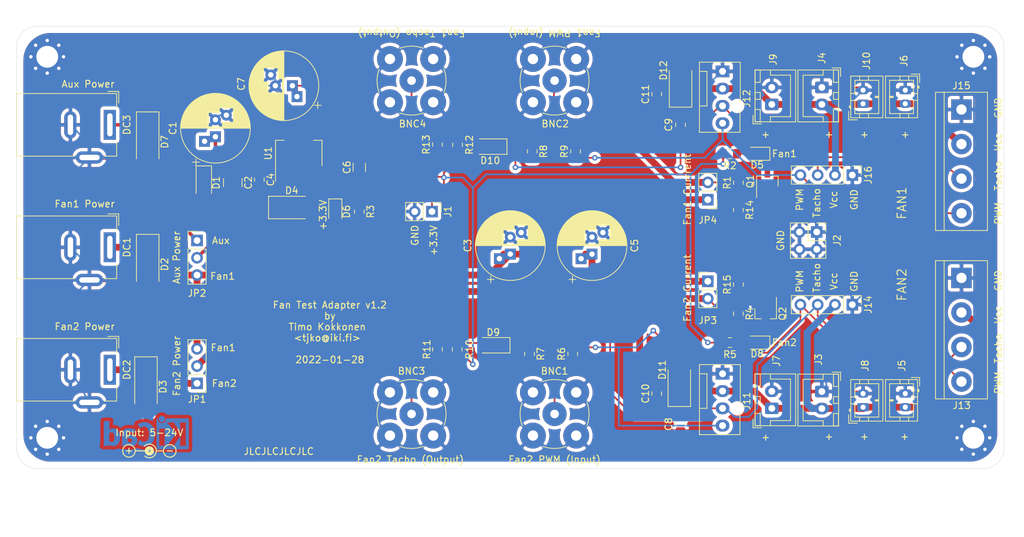
<source format=kicad_pcb>
(kicad_pcb (version 20171130) (host pcbnew "(5.1.6-0-10_14)")
  (layers (0 F.Cu signal) (31 B.Cu signal) (34 B.Paste user) (35 F.Paste user) (36 B.SilkS user) (37 F.SilkS user) (38 B.Mask user) (39 F.Mask user) (44 Edge.Cuts user))
  (net 0 "")
  (net 1 GND)
  (net 2 "Net-(BNC1-Pad1)")
  (net 3 "Net-(BNC2-Pad1)")
  (net 4 "Net-(BNC3-Pad1)")
  (net 5 "Net-(BNC4-Pad1)")
  (net 6 +3V3)
  (net 7 V_fan1)
  (net 8 V_fan2)
  (net 9 "Net-(C1-Pad1)")
  (net 10 "Net-(D3-Pad1)")
  (net 11 "Net-(J11-Pad4)")
  (net 12 "Net-(J12-Pad4)")
  (net 13 "Net-(C8-Pad1)")
  (net 14 "Net-(C9-Pad1)")
  (net 15 "Net-(D6-Pad2)")
  (net 16 V_aux)
  (net 17 "Net-(D8-Pad2)")
  (net 18 Fan2_On)
  (net 19 Fan1_On)
  (net 20 "Net-(D5-Pad2)")
  (net 21 "Net-(D5-Pad1)")
  (net 22 "Net-(D7-Pad1)")
  (net 23 "Net-(D8-Pad1)")
  (net 24 "Net-(D9-Pad2)")
  (net 25 "Net-(D10-Pad2)")
  (net 26 "Net-(Q1-Pad1)")
  (net 27 "Net-(Q2-Pad1)")
  (module Capacitor_SMD:C_1210_3225Metric_Pad1.42x2.65mm_HandSolder (layer F.Cu) (at 81.75 57 270)
    (fp_text reference C2 (at 0 -2.28 90) (layer F.SilkS))
    (fp_text value "4.7uF 35V")
    (pad 2 smd roundrect (at 1.4875 0 270) (size 1.425 2.65) (layers F.Cu F.Paste F.Mask) (roundrect_rratio 0.175439) (net 1 GND))
    (pad 1 smd roundrect (at -1.4875 0 270) (size 1.425 2.65) (layers F.Cu F.Paste F.Mask) (roundrect_rratio 0.175439) (net 9 "Net-(C1-Pad1)"))
  )
  (module Capacitor_THT:CP_Radial_D10.0mm_P2.50mm_P5.00mm (layer F.Cu) (at 134.5 67.5 90)
    (fp_text reference C5 (at 1.25 6.25 90) (layer F.SilkS))
    (fp_text value DNF)
    (pad 2 thru_hole circle (at 3.170937 1.6 90) (size 1.6 1.6) (drill 0.8) (layers *.Cu *.Mask) (net 1 GND))
    (pad 1 thru_hole rect (at -0.670937 -1.6 90) (size 1.6 1.6) (drill 0.8) (layers *.Cu *.Mask) (net 8 V_fan2))
    (pad 2 thru_hole circle (at 2.5 0 90) (size 1.6 1.6) (drill 0.8) (layers *.Cu *.Mask) (net 1 GND))
    (pad 1 thru_hole rect (at 0 0 90) (size 1.6 1.6) (drill 0.8) (layers *.Cu *.Mask) (net 8 V_fan2))
  )
  (module Capacitor_THT:CP_Radial_D10.0mm_P2.50mm_P5.00mm (layer F.Cu) (at 122.5 67.5 90)
    (fp_text reference C3 (at 1.25 -6.25 90) (layer F.SilkS))
    (fp_text value DNF)
    (pad 2 thru_hole circle (at 3.170937 1.6 90) (size 1.6 1.6) (drill 0.8) (layers *.Cu *.Mask) (net 1 GND))
    (pad 1 thru_hole rect (at -0.670937 -1.6 90) (size 1.6 1.6) (drill 0.8) (layers *.Cu *.Mask) (net 7 V_fan1))
    (pad 2 thru_hole circle (at 2.5 0 90) (size 1.6 1.6) (drill 0.8) (layers *.Cu *.Mask) (net 1 GND))
    (pad 1 thru_hole rect (at 0 0 90) (size 1.6 1.6) (drill 0.8) (layers *.Cu *.Mask) (net 7 V_fan1))
  )
  (module Capacitor_THT:CP_Radial_D10.0mm_P2.50mm_P5.00mm (layer F.Cu) (at 90.5 42.75 180)
    (fp_text reference C7 (at 7.5 0.25 90) (layer F.SilkS))
    (fp_text value 10uF)
    (pad 2 thru_hole circle (at 3.170937 1.6 180) (size 1.6 1.6) (drill 0.8) (layers *.Cu *.Mask) (net 1 GND))
    (pad 1 thru_hole rect (at -0.670937 -1.6 180) (size 1.6 1.6) (drill 0.8) (layers *.Cu *.Mask) (net 6 +3V3))
    (pad 2 thru_hole circle (at 2.5 0 180) (size 1.6 1.6) (drill 0.8) (layers *.Cu *.Mask) (net 1 GND))
    (pad 1 thru_hole rect (at 0 0 180) (size 1.6 1.6) (drill 0.8) (layers *.Cu *.Mask) (net 6 +3V3))
  )
  (module Capacitor_THT:CP_Radial_D10.0mm_P2.50mm_P5.00mm (layer F.Cu) (at 79.2 50.25 90)
    (fp_text reference C1 (at 1.25 -6.25 90) (layer F.SilkS))
    (fp_text value "10uF 35V")
    (pad 2 thru_hole circle (at 3.170937 1.6 90) (size 1.6 1.6) (drill 0.8) (layers *.Cu *.Mask) (net 1 GND))
    (pad 1 thru_hole rect (at -0.670937 -1.6 90) (size 1.6 1.6) (drill 0.8) (layers *.Cu *.Mask) (net 9 "Net-(C1-Pad1)"))
    (pad 2 thru_hole circle (at 2.5 0 90) (size 1.6 1.6) (drill 0.8) (layers *.Cu *.Mask) (net 1 GND))
    (pad 1 thru_hole rect (at 0 0 90) (size 1.6 1.6) (drill 0.8) (layers *.Cu *.Mask) (net 9 "Net-(C1-Pad1)"))
  )
  (module Diode_SMD:D_SMA (layer F.Cu) (at 147.5 42.5 90)
    (fp_text reference D12 (at 2 -2.5 270) (layer F.SilkS))
    (fp_text value FM4007W)
    (pad 2 smd rect (at 2 0 90) (size 2.5 1.8) (layers F.Cu F.Paste F.Mask) (net 1 GND))
    (pad 1 smd rect (at -2 0 90) (size 2.5 1.8) (layers F.Cu F.Paste F.Mask) (net 19 Fan1_On))
  )
  (module Diode_SMD:D_SMA (layer F.Cu) (at 147.32 86.5 90)
    (fp_text reference D11 (at 2 -2.5 270) (layer F.SilkS))
    (fp_text value FM4007W)
    (pad 2 smd rect (at 2 0 90) (size 2.5 1.8) (layers F.Cu F.Paste F.Mask) (net 1 GND))
    (pad 1 smd rect (at -2 0 90) (size 2.5 1.8) (layers F.Cu F.Paste F.Mask) (net 18 Fan2_On))
  )
  (module Diode_SMD:D_SMA (layer F.Cu) (at 90.4 60.65)
    (fp_text reference D4 (at 0 -2.5) (layer F.SilkS))
    (fp_text value FM4007W)
    (pad 2 smd rect (at 2 0) (size 2.5 1.8) (layers F.Cu F.Paste F.Mask) (net 6 +3V3))
    (pad 1 smd rect (at -2 0) (size 2.5 1.8) (layers F.Cu F.Paste F.Mask) (net 9 "Net-(C1-Pad1)"))
  )
  (module Resistor_SMD:R_0805_2012Metric_Pad1.15x1.40mm_HandSolder (layer F.Cu) (at 156 71.975 90)
    (fp_text reference R15 (at 0 -1.65 90) (layer F.SilkS))
    (fp_text value 1M)
    (pad 2 smd roundrect (at 1.025 0 90) (size 1.15 1.4) (layers F.Cu F.Paste F.Mask) (roundrect_rratio 0.217391) (net 1 GND))
    (pad 1 smd roundrect (at -1.025 0 90) (size 1.15 1.4) (layers F.Cu F.Paste F.Mask) (roundrect_rratio 0.217391) (net 27 "Net-(Q2-Pad1)"))
  )
  (module Resistor_SMD:R_0805_2012Metric_Pad1.15x1.40mm_HandSolder (layer F.Cu) (at 156 61 270)
    (fp_text reference R14 (at 0 -1.65 90) (layer F.SilkS))
    (fp_text value 1M)
    (pad 2 smd roundrect (at 1.025 0 270) (size 1.15 1.4) (layers F.Cu F.Paste F.Mask) (roundrect_rratio 0.217391) (net 1 GND))
    (pad 1 smd roundrect (at -1.025 0 270) (size 1.15 1.4) (layers F.Cu F.Paste F.Mask) (roundrect_rratio 0.217391) (net 26 "Net-(Q1-Pad1)"))
  )
  (module Package_TO_SOT_SMD:SOT-23_Handsoldering (layer F.Cu) (at 160 76.25 270)
    (fp_text reference Q2 (at 0 -2.5 90) (layer F.SilkS))
    (fp_text value 2N7002K)
    (pad 3 smd rect (at 1.5 0 270) (size 1.9 0.8) (layers F.Cu F.Paste F.Mask) (net 23 "Net-(D8-Pad1)"))
    (pad 2 smd rect (at -1.5 0.95 270) (size 1.9 0.8) (layers F.Cu F.Paste F.Mask) (net 1 GND))
    (pad 1 smd rect (at -1.5 -0.95 270) (size 1.9 0.8) (layers F.Cu F.Paste F.Mask) (net 27 "Net-(Q2-Pad1)"))
  )
  (module Package_TO_SOT_SMD:SOT-23_Handsoldering (layer F.Cu) (at 160.25 56.8 90)
    (fp_text reference Q1 (at 0 -2.5 90) (layer F.SilkS))
    (fp_text value 2N7002K)
    (pad 3 smd rect (at 1.5 0 90) (size 1.9 0.8) (layers F.Cu F.Paste F.Mask) (net 21 "Net-(D5-Pad1)"))
    (pad 2 smd rect (at -1.5 0.95 90) (size 1.9 0.8) (layers F.Cu F.Paste F.Mask) (net 1 GND))
    (pad 1 smd rect (at -1.5 -0.95 90) (size 1.9 0.8) (layers F.Cu F.Paste F.Mask) (net 26 "Net-(Q1-Pad1)"))
  )
  (module Resistor_SMD:R_0805_2012Metric_Pad1.15x1.40mm_HandSolder (layer F.Cu) (at 111.8 51.4 90)
    (fp_text reference R13 (at 0 -1.65 90) (layer F.SilkS))
    (fp_text value 1k)
    (pad 2 smd roundrect (at 1.025 0 90) (size 1.15 1.4) (layers F.Cu F.Paste F.Mask) (roundrect_rratio 0.217391) (net 5 "Net-(BNC4-Pad1)"))
    (pad 1 smd roundrect (at -1.025 0 90) (size 1.15 1.4) (layers F.Cu F.Paste F.Mask) (roundrect_rratio 0.217391) (net 25 "Net-(D10-Pad2)"))
  )
  (module Resistor_SMD:R_0805_2012Metric_Pad1.15x1.40mm_HandSolder (layer F.Cu) (at 114.75 51.4375 90)
    (fp_text reference R12 (at 0 1.75 90) (layer F.SilkS))
    (fp_text value 10k)
    (pad 2 smd roundrect (at 1.025 0 90) (size 1.15 1.4) (layers F.Cu F.Paste F.Mask) (roundrect_rratio 0.217391) (net 25 "Net-(D10-Pad2)"))
    (pad 1 smd roundrect (at -1.025 0 90) (size 1.15 1.4) (layers F.Cu F.Paste F.Mask) (roundrect_rratio 0.217391) (net 6 +3V3))
  )
  (module Resistor_SMD:R_0805_2012Metric_Pad1.15x1.40mm_HandSolder (layer F.Cu) (at 111.8 81.5 270)
    (fp_text reference R11 (at 0 1.55 90) (layer F.SilkS))
    (fp_text value 1k)
    (pad 2 smd roundrect (at 1.025 0 270) (size 1.15 1.4) (layers F.Cu F.Paste F.Mask) (roundrect_rratio 0.217391) (net 4 "Net-(BNC3-Pad1)"))
    (pad 1 smd roundrect (at -1.025 0 270) (size 1.15 1.4) (layers F.Cu F.Paste F.Mask) (roundrect_rratio 0.217391) (net 24 "Net-(D9-Pad2)"))
  )
  (module Resistor_SMD:R_0805_2012Metric_Pad1.15x1.40mm_HandSolder (layer F.Cu) (at 114.7 81.5 90)
    (fp_text reference R10 (at 0 1.8 90) (layer F.SilkS))
    (fp_text value 10k)
    (pad 2 smd roundrect (at 1.025 0 90) (size 1.15 1.4) (layers F.Cu F.Paste F.Mask) (roundrect_rratio 0.217391) (net 24 "Net-(D9-Pad2)"))
    (pad 1 smd roundrect (at -1.025 0 90) (size 1.15 1.4) (layers F.Cu F.Paste F.Mask) (roundrect_rratio 0.217391) (net 6 +3V3))
  )
  (module Resistor_SMD:R_0805_2012Metric_Pad1.15x1.40mm_HandSolder (layer F.Cu) (at 132.08 52.4025 90)
    (fp_text reference R9 (at 0 -1.65 90) (layer F.SilkS))
    (fp_text value 33k)
    (pad 2 smd roundrect (at 1.025 0 90) (size 1.15 1.4) (layers F.Cu F.Paste F.Mask) (roundrect_rratio 0.217391) (net 1 GND))
    (pad 1 smd roundrect (at -1.025 0 90) (size 1.15 1.4) (layers F.Cu F.Paste F.Mask) (roundrect_rratio 0.217391) (net 12 "Net-(J12-Pad4)"))
  )
  (module Resistor_SMD:R_0805_2012Metric_Pad1.15x1.40mm_HandSolder (layer F.Cu) (at 125.73 52.4025 270)
    (fp_text reference R8 (at 0 -1.65 90) (layer F.SilkS))
    (fp_text value 1k)
    (pad 2 smd roundrect (at 1.025 0 270) (size 1.15 1.4) (layers F.Cu F.Paste F.Mask) (roundrect_rratio 0.217391) (net 12 "Net-(J12-Pad4)"))
    (pad 1 smd roundrect (at -1.025 0 270) (size 1.15 1.4) (layers F.Cu F.Paste F.Mask) (roundrect_rratio 0.217391) (net 3 "Net-(BNC2-Pad1)"))
  )
  (module Resistor_SMD:R_0805_2012Metric_Pad1.15x1.40mm_HandSolder (layer F.Cu) (at 125.32 82.1675 270)
    (fp_text reference R7 (at 0 -1.65 90) (layer F.SilkS))
    (fp_text value 33k)
    (pad 2 smd roundrect (at 1.025 0 270) (size 1.15 1.4) (layers F.Cu F.Paste F.Mask) (roundrect_rratio 0.217391) (net 1 GND))
    (pad 1 smd roundrect (at -1.025 0 270) (size 1.15 1.4) (layers F.Cu F.Paste F.Mask) (roundrect_rratio 0.217391) (net 11 "Net-(J11-Pad4)"))
  )
  (module Resistor_SMD:R_0805_2012Metric_Pad1.15x1.40mm_HandSolder (layer F.Cu) (at 131.67 82.1675 90)
    (fp_text reference R6 (at 0 -1.65 90) (layer F.SilkS))
    (fp_text value 1k)
    (pad 2 smd roundrect (at 1.025 0 90) (size 1.15 1.4) (layers F.Cu F.Paste F.Mask) (roundrect_rratio 0.217391) (net 11 "Net-(J11-Pad4)"))
    (pad 1 smd roundrect (at -1.025 0 90) (size 1.15 1.4) (layers F.Cu F.Paste F.Mask) (roundrect_rratio 0.217391) (net 2 "Net-(BNC1-Pad1)"))
  )
  (module Resistor_SMD:R_0805_2012Metric_Pad1.15x1.40mm_HandSolder (layer F.Cu) (at 100.33 61.25 270)
    (fp_text reference R3 (at 0 -1.65 90) (layer F.SilkS))
    (fp_text value 5k)
    (pad 2 smd roundrect (at 1.025 0 270) (size 1.15 1.4) (layers F.Cu F.Paste F.Mask) (roundrect_rratio 0.217391) (net 15 "Net-(D6-Pad2)"))
    (pad 1 smd roundrect (at -1.025 0 270) (size 1.15 1.4) (layers F.Cu F.Paste F.Mask) (roundrect_rratio 0.217391) (net 6 +3V3))
  )
  (module LED_SMD:LED_0805_2012Metric_Pad1.15x1.40mm_HandSolder (layer F.Cu) (at 158.75 80.5 180)
    (fp_text reference D8 (at 0 -1.65) (layer F.SilkS))
    (fp_text value LED)
    (pad 2 smd roundrect (at 1.025 0 180) (size 1.15 1.4) (layers F.Cu F.Paste F.Mask) (roundrect_rratio 0.217391) (net 17 "Net-(D8-Pad2)"))
    (pad 1 smd roundrect (at -1.025 0 180) (size 1.15 1.4) (layers F.Cu F.Paste F.Mask) (roundrect_rratio 0.217391) (net 23 "Net-(D8-Pad1)"))
  )
  (module LED_SMD:LED_0805_2012Metric_Pad1.15x1.40mm_HandSolder (layer F.Cu) (at 96.8 61.25 270)
    (fp_text reference D6 (at 0 -1.65 90) (layer F.SilkS))
    (fp_text value LED)
    (pad 2 smd roundrect (at 1.025 0 270) (size 1.15 1.4) (layers F.Cu F.Paste F.Mask) (roundrect_rratio 0.217391) (net 15 "Net-(D6-Pad2)"))
    (pad 1 smd roundrect (at -1.025 0 270) (size 1.15 1.4) (layers F.Cu F.Paste F.Mask) (roundrect_rratio 0.217391) (net 1 GND))
  )
  (module LED_SMD:LED_0805_2012Metric_Pad1.15x1.40mm_HandSolder (layer F.Cu) (at 158.75 52.75 180)
    (fp_text reference D5 (at 0 -1.65) (layer F.SilkS))
    (fp_text value LED)
    (pad 2 smd roundrect (at 1.025 0 180) (size 1.15 1.4) (layers F.Cu F.Paste F.Mask) (roundrect_rratio 0.217391) (net 20 "Net-(D5-Pad2)"))
    (pad 1 smd roundrect (at -1.025 0 180) (size 1.15 1.4) (layers F.Cu F.Paste F.Mask) (roundrect_rratio 0.217391) (net 21 "Net-(D5-Pad1)"))
  )
  (module Diode_SMD:D_1206_3216Metric_Pad1.42x1.75mm_HandSolder (layer F.Cu) (at 77.5 57 270)
    (fp_text reference D1 (at 0 -1.82 90) (layer F.SilkS))
    (fp_text value SM5819PL-TP)
    (pad 2 smd roundrect (at 1.4875 0 270) (size 1.425 1.75) (layers F.Cu F.Paste F.Mask) (roundrect_rratio 0.175439) (net 16 V_aux))
    (pad 1 smd roundrect (at -1.4875 0 270) (size 1.425 1.75) (layers F.Cu F.Paste F.Mask) (roundrect_rratio 0.175439) (net 9 "Net-(C1-Pad1)"))
  )
  (module Capacitor_SMD:C_1206_3216Metric_Pad1.42x1.75mm_HandSolder (layer F.Cu) (at 100.33 54.74 90)
    (fp_text reference C6 (at 0 -1.82 90) (layer F.SilkS))
    (fp_text value 10uF)
    (pad 2 smd roundrect (at 1.4875 0 90) (size 1.425 1.75) (layers F.Cu F.Paste F.Mask) (roundrect_rratio 0.175439) (net 1 GND))
    (pad 1 smd roundrect (at -1.4875 0 90) (size 1.425 1.75) (layers F.Cu F.Paste F.Mask) (roundrect_rratio 0.175439) (net 6 +3V3))
  )
  (module Resistor_SMD:R_0805_2012Metric_Pad1.15x1.40mm_HandSolder (layer F.Cu) (at 154.75 80.5)
    (fp_text reference R5 (at 0 1.75) (layer F.SilkS))
    (fp_text value 5k)
    (pad 2 smd roundrect (at 1.025 0) (size 1.15 1.4) (layers F.Cu F.Paste F.Mask) (roundrect_rratio 0.217391) (net 17 "Net-(D8-Pad2)"))
    (pad 1 smd roundrect (at -1.025 0) (size 1.15 1.4) (layers F.Cu F.Paste F.Mask) (roundrect_rratio 0.217391) (net 6 +3V3))
  )
  (module Resistor_SMD:R_0805_2012Metric_Pad1.15x1.40mm_HandSolder (layer F.Cu) (at 156 76.25 270)
    (fp_text reference R4 (at 0 -1.65 90) (layer F.SilkS))
    (fp_text value 10k)
    (pad 2 smd roundrect (at 1.025 0 270) (size 1.15 1.4) (layers F.Cu F.Paste F.Mask) (roundrect_rratio 0.217391) (net 18 Fan2_On))
    (pad 1 smd roundrect (at -1.025 0 270) (size 1.15 1.4) (layers F.Cu F.Paste F.Mask) (roundrect_rratio 0.217391) (net 27 "Net-(Q2-Pad1)"))
  )
  (module Resistor_SMD:R_0805_2012Metric_Pad1.15x1.40mm_HandSolder (layer F.Cu) (at 154.75 52.75)
    (fp_text reference R2 (at 0 1.75) (layer F.SilkS))
    (fp_text value 5k)
    (pad 2 smd roundrect (at 1.025 0) (size 1.15 1.4) (layers F.Cu F.Paste F.Mask) (roundrect_rratio 0.217391) (net 20 "Net-(D5-Pad2)"))
    (pad 1 smd roundrect (at -1.025 0) (size 1.15 1.4) (layers F.Cu F.Paste F.Mask) (roundrect_rratio 0.217391) (net 6 +3V3))
  )
  (module Resistor_SMD:R_0805_2012Metric_Pad1.15x1.40mm_HandSolder (layer F.Cu) (at 156 57 90)
    (fp_text reference R1 (at 0 -1.65 90) (layer F.SilkS))
    (fp_text value 10k)
    (pad 2 smd roundrect (at 1.025 0 90) (size 1.15 1.4) (layers F.Cu F.Paste F.Mask) (roundrect_rratio 0.217391) (net 19 Fan1_On))
    (pad 1 smd roundrect (at -1.025 0 90) (size 1.15 1.4) (layers F.Cu F.Paste F.Mask) (roundrect_rratio 0.217391) (net 26 "Net-(Q1-Pad1)"))
  )
  (module Connector_PinHeader_2.54mm:PinHeader_1x03_P2.54mm_Vertical (layer F.Cu) (at 76.5 65.5)
    (fp_text reference JP2 (at 0 7.75) (layer F.SilkS))
    (fp_text value "Aux Power" (at -3 2.5 90) (layer F.SilkS))
    (pad 3 thru_hole oval (at 0 5.08) (size 1.7 1.7) (drill 1) (layers *.Cu *.Mask) (net 7 V_fan1))
    (pad 2 thru_hole oval (at 0 2.54) (size 1.7 1.7) (drill 1) (layers *.Cu *.Mask) (net 16 V_aux))
    (pad 1 thru_hole rect (at 0 0) (size 1.7 1.7) (drill 1) (layers *.Cu *.Mask) (net 22 "Net-(D7-Pad1)"))
  )
  (module Connector_BarrelJack:BarrelJack_Wuerth_6941xx301002 (layer F.Cu) (at 63.7 48.5 270)
    (fp_text reference DC3 (at 0 -2.5 90) (layer F.SilkS))
    (fp_text value "Aux Power" (at -6 3.2 180) (layer F.SilkS))
    (pad 1 thru_hole rect (at 0 0 270) (size 4.4 1.8) (drill oval 3.4 0.8) (layers *.Cu *.Mask) (net 22 "Net-(D7-Pad1)"))
    (pad 2 thru_hole oval (at 0 5.8 270) (size 4 1.8) (drill oval 3 0.8) (layers *.Cu *.Mask) (net 1 GND))
    (pad 3 thru_hole oval (at 4.8 3) (size 4 1.8) (drill oval 3 0.8) (layers *.Cu *.Mask) (net 1 GND))
  )
  (module Diode_SMD:D_SMA_Handsoldering (layer F.Cu) (at 69.25 51 270)
    (fp_text reference D7 (at 0 -2.5 90) (layer F.SilkS))
    (fp_text value SBRT5A50SA)
    (pad 2 smd rect (at 2.5 0 270) (size 3.5 1.8) (layers F.Cu F.Paste F.Mask) (net 1 GND))
    (pad 1 smd rect (at -2.5 0 270) (size 3.5 1.8) (layers F.Cu F.Paste F.Mask) (net 22 "Net-(D7-Pad1)"))
  )
  (module Symbol:OSHW-Logo_7.5x8mm_Copper (layer F.Cu) (at 71.5 40)
    (fp_text reference REF** hide)
    (fp_text value OSHW-Logo_7.5x8mm_Copper hide)
    (fp_poly (pts (xy 0.500964 -3.601424) (xy 0.576513 -3.200678) (xy 1.134041 -2.970846) (xy 1.468465 -3.198252) (xy 1.562122 -3.261569) (xy 1.646782 -3.318104) (xy 1.718495 -3.365273) (xy 1.773311 -3.400498) (xy 1.80728 -3.421195) (xy 1.81653 -3.425658) (xy 1.833195 -3.41418) (xy 1.868806 -3.382449) (xy 1.919371 -3.334517) (xy 1.9809 -3.274438) (xy 2.049399 -3.206267) (xy 2.120879 -3.134055) (xy 2.191347 -3.061858) (xy 2.256811 -2.993727) (xy 2.31328 -2.933717) (xy 2.356763 -2.885881) (xy 2.383268 -2.854273) (xy 2.389605 -2.843695) (xy 2.380486 -2.824194) (xy 2.35492 -2.781469) (xy 2.315597 -2.719702) (xy 2.265203 -2.643069) (xy 2.206427 -2.555752) (xy 2.172368 -2.505948) (xy 2.110289 -2.415007) (xy 2.055126 -2.332941) (xy 2.009554 -2.263837) (xy 1.97625 -2.211778) (xy 1.95789 -2.18085) (xy 1.955131 -2.17435) (xy 1.961385 -2.155879) (xy 1.978434 -2.112828) (xy 2.003703 -2.051251) (xy 2.034622 -1.977201) (xy 2.068618 -1.89673) (xy 2.103118 -1.815893) (xy 2.135551 -1.740742) (xy 2.163343 -1.677329) (xy 2.183923 -1.631707) (xy 2.194719 -1.609931) (xy 2.195356 -1.609074) (xy 2.212307 -1.604916) (xy 2.257451 -1.595639) (xy 2.32611 -1.582156) (xy 2.413602 -1.565379) (xy 2.51525 -1.546219) (xy 2.574556 -1.53517) (xy 2.683172 -1.51449) (xy 2.781277 -1.494811) (xy 2.863909 -1.477211) (xy 2.926104 -1.462767) (xy 2.962899 -1.452554) (xy 2.970296 -1.449314) (xy 2.97754 -1.427383) (xy 2.983385 -1.377853) (xy 2.987835 -1.306515) (xy 2.990893 -1.219161) (xy 2.992565 -1.121583) (xy 2.992853 -1.019574) (xy 2.991761 -0.918925) (xy 2.989294 -0.825428) (xy 2.985456 -0.744875) (xy 2.98025 -0.683058) (xy 2.973681 -0.64577) (xy 2.969741 -0.638007) (xy 2.946188 -0.628702) (xy 2.896282 -0.6154) (xy 2.826623 -0.599663) (xy 2.743813 -0.583054) (xy 2.714905 -0.577681) (xy 2.575531 -0.552152) (xy 2.465436 -0.531592) (xy 2.380982 -0.515185) (xy 2.31853 -0.502113) (xy 2.274444 -0.491559) (xy 2.245085 -0.482706) (xy 2.226815 -0.474737) (xy 2.215998 -0.466835) (xy 2.214485 -0.465273) (xy 2.199377 -0.440114) (xy 2.176329 -0.39115) (xy 2.147644 -0.324379) (xy 2.115622 -0.245795) (xy 2.082565 -0.161393) (xy 2.050773 -0.07717) (xy 2.022549 0.000879) (xy 2.000193 0.066759) (xy 1.986007 0.114473) (xy 1.982293 0.138027) (xy 1.982602 0.138852) (xy 1.995189 0.158104) (xy 2.023744 0.200463) (xy 2.065267 0.261521) (xy 2.116756 0.336868) (xy 2.175211 0.422096) (xy 2.191858 0.446315) (xy 2.251215 0.534123) (xy 2.303447 0.614238) (xy 2.345708 0.682062) (xy 2.375153 0.732993) (xy 2.388937 0.762431) (xy 2.389605 0.766048) (xy 2.378024 0.785057) (xy 2.346024 0.822714) (xy 2.297718 0.874973) (xy 2.23722 0.937786) (xy 2.168644 1.007106) (xy 2.096104 1.078885) (xy 2.023712 1.149077) (xy 1.955584 1.213635) (xy 1.895832 1.26851) (xy 1.848571 1.309656) (xy 1.817913 1.333026) (xy 1.809432 1.336842) (xy 1.789691 1.327855) (xy 1.749274 1.303616) (xy 1.694763 1.268209) (xy 1.652823 1.239711) (xy 1.576829 1.187418) (xy 1.486834 1.125845) (xy 1.396564 1.06437) (xy 1.348032 1.031469) (xy 1.183762 0.920359) (xy 1.045869 0.994916) (xy 0.983049 1.027578) (xy 0.929629 1.052966) (xy 0.893484 1.067446) (xy 0.884284 1.06946) (xy 0.873221 1.054584) (xy 0.851394 1.012547) (xy 0.820434 0.947227) (xy 0.78197 0.8625) (xy 0.737632 0.762245) (xy 0.689047 0.650339) (xy 0.637846 0.530659) (xy 0.585659 0.407084) (xy 0.534113 0.283491) (xy 0.48484 0.163757) (xy 0.439467 0.051759) (xy 0.399625 -0.048623) (xy 0.366942 -0.133514) (xy 0.343049 -0.199035) (xy 0.329574 -0.24131) (xy 0.327406 -0.255828) (xy 0.344583 -0.274347) (xy 0.38219 -0.30441) (xy 0.432366 -0.339768) (xy 0.436578 -0.342566) (xy 0.566264 -0.446375) (xy 0.670834 -0.567485) (xy 0.749381 -0.702024) (xy 0.800999 -0.846118) (xy 0.824782 -0.995895) (xy 0.819823 -1.147483) (xy 0.785217 -1.297008) (xy 0.720057 -1.4406) (xy 0.700886 -1.472016) (xy 0.601174 -1.598875) (xy 0.483377 -1.700745) (xy 0.351571 -1.777096) (xy 0.209833 -1.827398) (xy 0.062242 -1.851121) (xy -0.087127 -1.847735) (xy -0.234197 -1.816712) (xy -0.374889 -1.75752) (xy -0.505127 -1.669631) (xy -0.545414 -1.633958) (xy -0.647945 -1.522294) (xy -0.722659 -1.404743) (xy -0.77391 -1.27298) (xy -0.802454 -1.142493) (xy -0.8095 -0.995784) (xy -0.786004 -0.848347) (xy -0.734351 -0.705166) (xy -0.656929 -0.571223) (xy -0.556125 -0.451502) (xy -0.434324 -0.350986) (xy -0.418316 -0.340391) (xy -0.367602 -0.305694) (xy -0.32905 -0.27563) (xy -0.310619 -0.256435) (xy -0.310351 -0.255828) (xy -0.314308 -0.235064) (xy -0.329993 -0.187938) (xy -0.355778 -0.118327) (xy -0.390031 -0.030107) (xy -0.431123 0.072844) (xy -0.477424 0.18665) (xy -0.527304 0.307435) (xy -0.579133 0.431321) (xy -0.631281 0.554432) (xy -0.682118 0.672891) (xy -0.730013 0.782823) (xy -0.773338 0.880349) (xy -0.810462 0.961593) (xy -0.839756 1.022679) (xy -0.859588 1.05973) (xy -0.867574 1.06946) (xy -0.891979 1.061883) (xy -0.937642 1.04156) (xy -0.99669 1.012125) (xy -1.02916 0.994916) (xy -1.167053 0.920359) (xy -1.331323 1.031469) (xy -1.415179 1.08839) (xy -1.506987 1.15103) (xy -1.59302 1.210011) (xy -1.636113 1.239711) (xy -1.696723 1.28041) (xy -1.748045 1.312663) (xy -1.783385 1.332384) (xy -1.794863 1.336554) (xy -1.81157 1.325307) (xy -1.848546 1.293911) (xy -1.902205 1.245624) (xy -1.968962 1.183708) (xy -2.045234 1.111421) (xy -2.093473 1.065008) (xy -2.177867 0.982087) (xy -2.250803 0.90792) (xy -2.309331 0.84568) (xy -2.350503 0.798541) (xy -2.371372 0.769673) (xy -2.373374 0.763815) (xy -2.364083 0.741532) (xy -2.338409 0.696477) (xy -2.2992 0.633211) (xy -2.249303 0.556295) (xy -2.191567 0.470292) (xy -2.175149 0.446315) (xy -2.115323 0.35917) (xy -2.06165 0.28071) (xy -2.01713 0.215345) (xy -1.984765 0.167484) (xy -1.967555 0.141535) (xy -1.965893 0.138852) (xy -1.968379 0.118172) (xy -1.981577 0.072704) (xy -2.003186 0.008444) (xy -2.030904 -0.068613) (xy -2.06243 -0.152471) (xy -2.095463 -0.237134) (xy -2.127701 -0.316608) (xy -2.156843 -0.384896) (xy -2.180588 -0.436003) (xy -2.196635 -0.463933) (xy -2.197775 -0.465273) (xy -2.207588 -0.473255) (xy -2.224161 -0.481149) (xy -2.251132 -0.489771) (xy -2.292139 -0.499938) (xy -2.35082 -0.512469) (xy -2.430813 -0.528179) (xy -2.535755 -0.547887) (xy -2.669285 -0.572408) (xy -2.698196 -0.577681) (xy -2.783882 -0.594236) (xy -2.858582 -0.610431) (xy -2.915694 -0.624704) (xy -2.948617 -0.635492) (xy -2.953031 -0.638007) (xy -2.960306 -0.660304) (xy -2.966219 -0.710131) (xy -2.970766 -0.781696) (xy -2.973945 -0.869207) (xy -2.975749 -0.966872) (xy -2.976177 -1.068899) (xy -2.975223 -1.169497) (xy -2.972884 -1.262873) (xy -2.969156 -1.343235) (xy -2.964034 -1.404791) (xy -2.957516 -1.44175) (xy -2.953586 -1.449314) (xy -2.931708 -1.456944) (xy -2.881891 -1.469358) (xy -2.809097 -1.485478) (xy -2.718289 -1.504227) (xy -2.614431 -1.524529) (xy -2.557846 -1.53517) (xy -2.450486 -1.55524) (xy -2.354746 -1.57342) (xy -2.275306 -1.588801) (xy -2.216846 -1.600469) (xy -2.184045 -1.607512) (xy -2.178646 -1.609074) (xy -2.169522 -1.626678) (xy -2.150235 -1.669082) (xy -2.123355 -1.730228) (xy -2.091454 -1.804057) (xy -2.057102 -1.884511) (xy -2.022871 -1.965532) (xy -1.991331 -2.041063) (xy -1.965054 -2.105045) (xy -1.946611 -2.15142) (xy -1.938571 -2.174131) (xy -1.938422 -2.175124) (xy -1.947535 -2.193039) (xy -1.973086 -2.234267) (xy -2.012388 -2.294709) (xy -2.062757 -2.370269) (xy -2.121506 -2.456848) (xy -2.155658 -2.506579) (xy -2.21789 -2.597764) (xy -2.273164 -2.680551) (xy -2.318782 -2.750751) (xy -2.352048 -2.804176) (xy -2.370264 -2.836639) (xy -2.372895 -2.843917) (xy -2.361586 -2.860855) (xy -2.330319 -2.897022) (xy -2.28309 -2.948365) (xy -2.223892 -3.010833) (xy -2.156719 -3.080374) (xy -2.085566 -3.152935) (xy -2.014426 -3.224465) (xy -1.947293 -3.290913) (xy -1.888161 -3.348226) (xy -1.841025 -3.392353) (xy -1.809877 -3.419241) (xy -1.799457 -3.425658) (xy -1.782491 -3.416635) (xy -1.741911 -3.391285) (xy -1.681663 -3.35219) (xy -1.605693 -3.301929) (xy -1.517946 -3.243083) (xy -1.451756 -3.198252) (xy -1.117332 -2.970846) (xy -0.838567 -3.085762) (xy -0.559803 -3.200678) (xy -0.484254 -3.601424) (xy -0.408706 -4.002171) (xy 0.425415 -4.002171) (xy 0.500964 -3.601424)) (layer F.Cu) (width 0.01))
    (fp_poly (pts (xy 2.391388 1.937645) (xy 2.448865 1.955206) (xy 2.485872 1.977395) (xy 2.497927 1.994942) (xy 2.494609 2.015742) (xy 2.473079 2.048419) (xy 2.454874 2.071562) (xy 2.417344 2.113402) (xy 2.389148 2.131005) (xy 2.365111 2.129856) (xy 2.293808 2.11171) (xy 2.241442 2.112534) (xy 2.198918 2.133098) (xy 2.184642 2.145134) (xy 2.138947 2.187483) (xy 2.138947 2.740526) (xy 1.955131 2.740526) (xy 1.955131 1.938421) (xy 2.047039 1.938421) (xy 2.102219 1.940603) (xy 2.130688 1.948351) (xy 2.138943 1.963468) (xy 2.138947 1.963916) (xy 2.142845 1.979749) (xy 2.160474 1.977684) (xy 2.184901 1.966261) (xy 2.23535 1.945005) (xy 2.276316 1.932216) (xy 2.329028 1.928938) (xy 2.391388 1.937645)) (layer F.Cu) (width 0.01))
    (fp_poly (pts (xy -1.002043 1.952226) (xy -0.960454 1.97209) (xy -0.920175 2.000784) (xy -0.88949 2.033809) (xy -0.867139 2.075931) (xy -0.851864 2.131915) (xy -0.842408 2.206528) (xy -0.837513 2.304535) (xy -0.835919 2.430702) (xy -0.835894 2.443914) (xy -0.835527 2.740526) (xy -1.019343 2.740526) (xy -1.019343 2.467081) (xy -1.019473 2.365777) (xy -1.020379 2.292353) (xy -1.022827 2.241271) (xy -1.027586 2.20699) (xy -1.035426 2.183971) (xy -1.047115 2.166673) (xy -1.063398 2.149581) (xy -1.120366 2.112857) (xy -1.182555 2.106042) (xy -1.241801 2.129261) (xy -1.262405 2.146543) (xy -1.27753 2.162791) (xy -1.28839 2.180191) (xy -1.29569 2.204212) (xy -1.300137 2.240322) (xy -1.302436 2.293988) (xy -1.303296 2.37068) (xy -1.303422 2.464043) (xy -1.303422 2.740526) (xy -1.487237 2.740526) (xy -1.487237 1.938421) (xy -1.395329 1.938421) (xy -1.340149 1.940603) (xy -1.31168 1.948351) (xy -1.303425 1.963468) (xy -1.303422 1.963916) (xy -1.299592 1.97872) (xy -1.282699 1.97704) (xy -1.249112 1.960773) (xy -1.172937 1.93684) (xy -1.0858 1.934178) (xy -1.002043 1.952226)) (layer F.Cu) (width 0.01))
    (fp_poly (pts (xy 3.558784 1.935554) (xy 3.601574 1.945949) (xy 3.683609 1.984013) (xy 3.753757 2.042149) (xy 3.802305 2.111852) (xy 3.808975 2.127502) (xy 3.818124 2.168496) (xy 3.824529 2.229138) (xy 3.82671 2.29043) (xy 3.82671 2.406316) (xy 3.584407 2.406316) (xy 3.484471 2.406693) (xy 3.414069 2.408987) (xy 3.369313 2.414938) (xy 3.346315 2.426285) (xy 3.341189 2.444771) (xy 3.350048 2.472136) (xy 3.365917 2.504155) (xy 3.410184 2.557592) (xy 3.471699 2.584215) (xy 3.546885 2.583347) (xy 3.632053 2.554371) (xy 3.705659 2.518611) (xy 3.766734 2.566904) (xy 3.82781 2.615197) (xy 3.770351 2.668285) (xy 3.693641 2.718445) (xy 3.599302 2.748688) (xy 3.497827 2.757151) (xy 3.399711 2.741974) (xy 3.383881 2.736824) (xy 3.297647 2.691791) (xy 3.233501 2.624652) (xy 3.190091 2.533405) (xy 3.166064 2.416044) (xy 3.165784 2.413529) (xy 3.163633 2.285627) (xy 3.172329 2.239997) (xy 3.342105 2.239997) (xy 3.357697 2.247013) (xy 3.400029 2.252388) (xy 3.462434 2.255457) (xy 3.501981 2.255921) (xy 3.575728 2.25563) (xy 3.62184 2.253783) (xy 3.6461 2.248912) (xy 3.654294 2.239555) (xy 3.652206 2.224245) (xy 3.650455 2.218322) (xy 3.62056 2.162668) (xy 3.573542 2.117815) (xy 3.532049 2.098105) (xy 3.476926 2.099295) (xy 3.421068 2.123875) (xy 3.374212 2.16457) (xy 3.346094 2.214108) (xy 3.342105 2.239997) (xy 3.172329 2.239997) (xy 3.185074 2.173133) (xy 3.227611 2.078727) (xy 3.288747 2.005088) (xy 3.365985 1.954893) (xy 3.45683 1.930822) (xy 3.558784 1.935554)) (layer F.Cu) (width 0.01))
    (fp_poly (pts (xy 2.946576 1.945419) (xy 3.043395 1.986549) (xy 3.07389 2.006571) (xy 3.112865 2.03734) (xy 3.137331 2.061533) (xy 3.141578 2.069413) (xy 3.129584 2.086899) (xy 3.098887 2.11657) (xy 3.074312 2.137279) (xy 3.007046 2.191336) (xy 2.95393 2.146642) (xy 2.912884 2.117789) (xy 2.872863 2.107829) (xy 2.827059 2.110261) (xy 2.754324 2.128345) (xy 2.704256 2.165881) (xy 2.673829 2.226562) (xy 2.660017 2.314081) (xy 2.660013 2.314136) (xy 2.661208 2.411958) (xy 2.679772 2.48373) (xy 2.716804 2.532595) (xy 2.74205 2.549143) (xy 2.809097 2.569749) (xy 2.880709 2.569762) (xy 2.943015 2.549768) (xy 2.957763 2.54) (xy 2.99475 2.515047) (xy 3.023668 2.510958) (xy 3.054856 2.52953) (xy 3.089336 2.562887) (xy 3.143912 2.619196) (xy 3.083318 2.669142) (xy 2.989698 2.725513) (xy 2.884125 2.753293) (xy 2.773798 2.751282) (xy 2.701343 2.732862) (xy 2.616656 2.68731) (xy 2.548927 2.61565) (xy 2.518157 2.565066) (xy 2.493236 2.492488) (xy 2.480766 2.400569) (xy 2.48067 2.300948) (xy 2.49287 2.205267) (xy 2.51729 2.125169) (xy 2.521136 2.116956) (xy 2.578093 2.036413) (xy 2.655209 1.977771) (xy 2.74639 1.942247) (xy 2.845543 1.931057) (xy 2.946576 1.945419)) (layer F.Cu) (width 0.01))
    (fp_poly (pts (xy 1.320131 2.198533) (xy 1.32171 2.321089) (xy 1.327481 2.414179) (xy 1.338991 2.481651) (xy 1.35779 2.527355) (xy 1.385426 2.555139) (xy 1.423448 2.568854) (xy 1.470526 2.572358) (xy 1.519832 2.568432) (xy 1.557283 2.554089) (xy 1.584428 2.525478) (xy 1.602815 2.478751) (xy 1.613993 2.410058) (xy 1.619511 2.31555) (xy 1.620921 2.198533) (xy 1.620921 1.938421) (xy 1.804736 1.938421) (xy 1.804736 2.740526) (xy 1.712828 2.740526) (xy 1.657422 2.738281) (xy 1.628891 2.730396) (xy 1.620921 2.715428) (xy 1.61612 2.702097) (xy 1.597014 2.704917) (xy 1.558504 2.723783) (xy 1.470239 2.752887) (xy 1.376623 2.750825) (xy 1.286921 2.719221) (xy 1.244204 2.694257) (xy 1.211621 2.667226) (xy 1.187817 2.633405) (xy 1.171439 2.588068) (xy 1.161131 2.526489) (xy 1.155541 2.443943) (xy 1.153312 2.335705) (xy 1.153026 2.252004) (xy 1.153026 1.938421) (xy 1.320131 1.938421) (xy 1.320131 2.198533)) (layer F.Cu) (width 0.01))
    (fp_poly (pts (xy 0.811669 1.94831) (xy 0.896192 1.99434) (xy 0.962321 2.067006) (xy 0.993478 2.126106) (xy 1.006855 2.178305) (xy 1.015522 2.252719) (xy 1.019237 2.338442) (xy 1.017754 2.424569) (xy 1.010831 2.500193) (xy 1.002745 2.540584) (xy 0.975465 2.59584) (xy 0.92822 2.65453) (xy 0.871282 2.705852) (xy 0.814924 2.739005) (xy 0.81355 2.739531) (xy 0.743616 2.754018) (xy 0.660737 2.754377) (xy 0.581977 2.741188) (xy 0.551566 2.730617) (xy 0.473239 2.686201) (xy 0.417143 2.628007) (xy 0.380286 2.550965) (xy 0.35968 2.450001) (xy 0.355018 2.397116) (xy 0.355613 2.330663) (xy 0.534736 2.330663) (xy 0.54077 2.42763) (xy 0.558138 2.501523) (xy 0.58574 2.548736) (xy 0.605404 2.562237) (xy 0.655787 2.571651) (xy 0.715673 2.568864) (xy 0.767449 2.555316) (xy 0.781027 2.547862) (xy 0.816849 2.504451) (xy 0.840493 2.438014) (xy 0.850558 2.357161) (xy 0.845642 2.270502) (xy 0.834655 2.218349) (xy 0.803109 2.157951) (xy 0.753311 2.120197) (xy 0.693337 2.107143) (xy 0.631264 2.120849) (xy 0.583582 2.154372) (xy 0.558525 2.182031) (xy 0.5439 2.209294) (xy 0.536929 2.24619) (xy 0.534833 2.30275) (xy 0.534736 2.330663) (xy 0.355613 2.330663) (xy 0.356282 2.255994) (xy 0.379265 2.140271) (xy 0.423972 2.049941) (xy 0.490405 1.985) (xy 0.578565 1.945445) (xy 0.597495 1.940858) (xy 0.711266 1.93009) (xy 0.811669 1.94831)) (layer F.Cu) (width 0.01))
    (fp_poly (pts (xy 0.018628 1.935547) (xy 0.081908 1.947548) (xy 0.147557 1.972648) (xy 0.154572 1.975848) (xy 0.204356 2.002026) (xy 0.238834 2.026353) (xy 0.249978 2.041937) (xy 0.239366 2.067353) (xy 0.213588 2.104853) (xy 0.202146 2.118852) (xy 0.154992 2.173954) (xy 0.094201 2.138086) (xy 0.036347 2.114192) (xy -0.0305 2.10142) (xy -0.094606 2.100613) (xy -0.144236 2.112615) (xy -0.156146 2.120105) (xy -0.178828 2.15445) (xy -0.181584 2.194013) (xy -0.164612 2.22492) (xy -0.154573 2.230913) (xy -0.12449 2.238357) (xy -0.071611 2.247106) (xy -0.006425 2.255467) (xy 0.0056 2.256778) (xy 0.110297 2.274888) (xy 0.186232 2.305651) (xy 0.236592 2.351907) (xy 0.264564 2.416497) (xy 0.273278 2.495387) (xy 0.26124 2.585065) (xy 0.222151 2.655486) (xy 0.155855 2.706777) (xy 0.062194 2.739067) (xy -0.041777 2.751807) (xy -0.126562 2.751654) (xy -0.195335 2.740083) (xy -0.242303 2.724109) (xy -0.30165 2.696275) (xy -0.356494 2.663973) (xy -0.375987 2.649755) (xy -0.426119 2.608835) (xy -0.305197 2.486477) (xy -0.236457 2.531967) (xy -0.167512 2.566133) (xy -0.093889 2.584004) (xy -0.023117 2.585889) (xy 0.037274 2.572101) (xy 0.079757 2.542949) (xy 0.093474 2.518352) (xy 0.091417 2.478904) (xy 0.05733 2.448737) (xy -0.008692 2.427906) (xy -0.081026 2.418279) (xy -0.192348 2.39991) (xy -0.275048 2.365254) (xy -0.330235 2.313297) (xy -0.359012 2.243023) (xy -0.362999 2.159707) (xy -0.343307 2.072681) (xy -0.298411 2.006902) (xy -0.227909 1.962068) (xy -0.131399 1.937879) (xy -0.0599 1.933137) (xy 0.018628 1.935547)) (layer F.Cu) (width 0.01))
    (fp_poly (pts (xy -1.802982 1.957027) (xy -1.78633 1.964866) (xy -1.728695 2.007086) (xy -1.674195 2.0687) (xy -1.633501 2.136543) (xy -1.621926 2.167734) (xy -1.611366 2.223449) (xy -1.605069 2.290781) (xy -1.604304 2.318585) (xy -1.604211 2.406316) (xy -2.10915 2.406316) (xy -2.098387 2.45227) (xy -2.071967 2.50662) (xy -2.025778 2.553591) (xy -1.970828 2.583848) (xy -1.935811 2.590131) (xy -1.888323 2.582506) (xy -1.831665 2.563383) (xy -1.812418 2.554584) (xy -1.741241 2.519036) (xy -1.680498 2.565367) (xy -1.645448 2.596703) (xy -1.626798 2.622567) (xy -1.625853 2.630158) (xy -1.642515 2.648556) (xy -1.67903 2.676515) (xy -1.712172 2.698327) (xy -1.801607 2.737537) (xy -1.901871 2.755285) (xy -2.001246 2.75067) (xy -2.080461 2.726551) (xy -2.16212 2.674884) (xy -2.220151 2.606856) (xy -2.256454 2.518843) (xy -2.272928 2.407216) (xy -2.274389 2.356138) (xy -2.268543 2.239091) (xy -2.267825 2.235686) (xy -2.100511 2.235686) (xy -2.095903 2.246662) (xy -2.076964 2.252715) (xy -2.037902 2.25531) (xy -1.972923 2.25591) (xy -1.947903 2.255921) (xy -1.871779 2.255014) (xy -1.823504 2.25172) (xy -1.79754 2.245181) (xy -1.788352 2.234537) (xy -1.788027 2.231119) (xy -1.798513 2.203956) (xy -1.824758 2.165903) (xy -1.836041 2.152579) (xy -1.877928 2.114896) (xy -1.921591 2.10008) (xy -1.945115 2.098842) (xy -2.008757 2.114329) (xy -2.062127 2.15593) (xy -2.095981 2.216353) (xy -2.096581 2.218322) (xy -2.100511 2.235686) (xy -2.267825 2.235686) (xy -2.249101 2.146928) (xy -2.214078 2.07319) (xy -2.171244 2.020848) (xy -2.092052 1.964092) (xy -1.99896 1.933762) (xy -1.899945 1.931021) (xy -1.802982 1.957027)) (layer F.Cu) (width 0.01))
    (fp_poly (pts (xy -3.373216 1.947104) (xy -3.285795 1.985754) (xy -3.21943 2.05029) (xy -3.174024 2.140812) (xy -3.149482 2.257418) (xy -3.147723 2.275624) (xy -3.146344 2.403984) (xy -3.164216 2.516496) (xy -3.20025 2.607688) (xy -3.219545 2.637022) (xy -3.286755 2.699106) (xy -3.37235 2.739316) (xy -3.46811 2.756003) (xy -3.565813 2.747517) (xy -3.640083 2.72138) (xy -3.703953 2.677335) (xy -3.756154 2.619587) (xy -3.757057 2.618236) (xy -3.778256 2.582593) (xy -3.792033 2.546752) (xy -3.800376 2.501519) (xy -3.805273 2.437701) (xy -3.807431 2.385368) (xy -3.808329 2.33791) (xy -3.641257 2.33791) (xy -3.639624 2.385154) (xy -3.633696 2.448046) (xy -3.623239 2.488407) (xy -3.604381 2.517122) (xy -3.586719 2.533896) (xy -3.524106 2.569016) (xy -3.458592 2.57371) (xy -3.397579 2.54844) (xy -3.367072 2.520124) (xy -3.345089 2.491589) (xy -3.332231 2.464284) (xy -3.326588 2.42875) (xy -3.326249 2.375524) (xy -3.327988 2.326506) (xy -3.331729 2.256482) (xy -3.337659 2.211064) (xy -3.348347 2.18144) (xy -3.366361 2.158797) (xy -3.380637 2.145855) (xy -3.440349 2.11186) (xy -3.504766 2.110165) (xy -3.558781 2.130301) (xy -3.60486 2.172352) (xy -3.632311 2.241428) (xy -3.641257 2.33791) (xy -3.808329 2.33791) (xy -3.809401 2.281299) (xy -3.806036 2.203468) (xy -3.795955 2.14493) (xy -3.777774 2.098737) (xy -3.75011 2.057942) (xy -3.739854 2.045828) (xy -3.675722 1.985474) (xy -3.606934 1.95022) (xy -3.522811 1.93545) (xy -3.481791 1.934243) (xy -3.373216 1.947104)) (layer F.Cu) (width 0.01))
    (fp_poly (pts (xy 2.701193 3.196078) (xy 2.781068 3.216845) (xy 2.847962 3.259705) (xy 2.880351 3.291723) (xy 2.933445 3.367413) (xy 2.963873 3.455216) (xy 2.974327 3.56315) (xy 2.97438 3.571875) (xy 2.974473 3.659605) (xy 2.469534 3.659605) (xy 2.480298 3.705559) (xy 2.499732 3.747178) (xy 2.533745 3.790544) (xy 2.54086 3.797467) (xy 2.602003 3.834935) (xy 2.671729 3.841289) (xy 2.751987 3.816638) (xy 2.765592 3.81) (xy 2.807319 3.789819) (xy 2.835268 3.778321) (xy 2.840145 3.777258) (xy 2.857168 3.787583) (xy 2.889633 3.812845) (xy 2.906114 3.82665) (xy 2.940264 3.858361) (xy 2.951478 3.879299) (xy 2.943695 3.89856) (xy 2.939535 3.903827) (xy 2.911357 3.926878) (xy 2.864862 3.954892) (xy 2.832434 3.971246) (xy 2.740385 4.000059) (xy 2.638476 4.009395) (xy 2.541963 3.998332) (xy 2.514934 3.990412) (xy 2.431276 3.945581) (xy 2.369266 3.876598) (xy 2.328545 3.782794) (xy 2.308755 3.663498) (xy 2.306582 3.601118) (xy 2.312926 3.510298) (xy 2.473157 3.510298) (xy 2.488655 3.517012) (xy 2.530312 3.52228) (xy 2.590876 3.525389) (xy 2.631907 3.525921) (xy 2.705711 3.525408) (xy 2.752293 3.523006) (xy 2.777848 3.517422) (xy 2.788569 3.507361) (xy 2.790657 3.492763) (xy 2.776331 3.447796) (xy 2.740262 3.403353) (xy 2.692815 3.369242) (xy 2.645349 3.355288) (xy 2.580879 3.367666) (xy 2.52507 3.403452) (xy 2.486374 3.455033) (xy 2.473157 3.510298) (xy 2.312926 3.510298) (xy 2.315821 3.468866) (xy 2.344336 3.363498) (xy 2.392729 3.284178) (xy 2.461604 3.230071) (xy 2.551565 3.200343) (xy 2.6003 3.194618) (xy 2.701193 3.196078)) (layer F.Cu) (width 0.01))
    (fp_poly (pts (xy 2.173167 3.191447) (xy 2.237408 3.204112) (xy 2.27398 3.222864) (xy 2.312453 3.254017) (xy 2.257717 3.323127) (xy 2.223969 3.364979) (xy 2.201053 3.385398) (xy 2.178279 3.388517) (xy 2.144956 3.378472) (xy 2.129314 3.372789) (xy 2.065542 3.364404) (xy 2.00714 3.382378) (xy 1.964264 3.422982) (xy 1.957299 3.435929) (xy 1.949713 3.470224) (xy 1.943859 3.533427) (xy 1.940011 3.62106) (xy 1.938443 3.72864) (xy 1.938421 3.743944) (xy 1.938421 4.010526) (xy 1.754605 4.010526) (xy 1.754605 3.19171) (xy 1.846513 3.19171) (xy 1.899507 3.193094) (xy 1.927115 3.199252) (xy 1.937324 3.213194) (xy 1.938421 3.226344) (xy 1.938421 3.260978) (xy 1.98245 3.226344) (xy 2.032937 3.202716) (xy 2.10076 3.191033) (xy 2.173167 3.191447)) (layer F.Cu) (width 0.01))
    (fp_poly (pts (xy 1.379992 3.196673) (xy 1.450427 3.21378) (xy 1.470787 3.222844) (xy 1.510253 3.246583) (xy 1.540541 3.273321) (xy 1.562952 3.307699) (xy 1.578786 3.35436) (xy 1.589343 3.417946) (xy 1.595924 3.503099) (xy 1.599828 3.614462) (xy 1.60131 3.688849) (xy 1.606765 4.010526) (xy 1.51358 4.010526) (xy 1.457047 4.008156) (xy 1.427922 4.000055) (xy 1.420394 3.986451) (xy 1.41642 3.971741) (xy 1.398652 3.974554) (xy 1.37444 3.986348) (xy 1.313828 4.004427) (xy 1.235929 4.009299) (xy 1.153995 4.00133) (xy 1.081281 3.980889) (xy 1.074759 3.978051) (xy 1.008302 3.931365) (xy 0.964491 3.866464) (xy 0.944332 3.7906) (xy 0.945872 3.763344) (xy 1.110345 3.763344) (xy 1.124837 3.800024) (xy 1.167805 3.826309) (xy 1.237129 3.840417) (xy 1.274177 3.84229) (xy 1.335919 3.837494) (xy 1.37696 3.818858) (xy 1.386973 3.81) (xy 1.4141 3.761806) (xy 1.420394 3.718092) (xy 1.420394 3.659605) (xy 1.33893 3.659605) (xy 1.244234 3.664432) (xy 1.177813 3.679613) (xy 1.135846 3.7062) (xy 1.126449 3.718052) (xy 1.110345 3.763344) (xy 0.945872 3.763344) (xy 0.948829 3.711026) (xy 0.978985 3.634995) (xy 1.020131 3.583612) (xy 1.045052 3.561397) (xy 1.069448 3.546798) (xy 1.101191 3.537897) (xy 1.148152 3.532775) (xy 1.218204 3.529515) (xy 1.24599 3.528577) (xy 1.420394 3.522879) (xy 1.420138 3.470091) (xy 1.413384 3.414603) (xy 1.388964 3.381052) (xy 1.33963 3.359618) (xy 1.338306 3.359236) (xy 1.26836 3.350808) (xy 1.199914 3.361816) (xy 1.149047 3.388585) (xy 1.128637 3.401803) (xy 1.106654 3.399974) (xy 1.072826 3.380824) (xy 1.052961 3.367308) (xy 1.014106 3.338432) (xy 0.990038 3.316786) (xy 0.986176 3.310589) (xy 1.002079 3.278519) (xy 1.049065 3.240219) (xy 1.069473 3.227297) (xy 1.128143 3.205041) (xy 1.207212 3.192432) (xy 1.295041 3.1896) (xy 1.379992 3.196673)) (layer F.Cu) (width 0.01))
    (fp_poly (pts (xy 0.37413 3.195104) (xy 0.44022 3.200066) (xy 0.526626 3.459079) (xy 0.613031 3.718092) (xy 0.640124 3.626184) (xy 0.656428 3.569384) (xy 0.677875 3.492625) (xy 0.701035 3.408251) (xy 0.71328 3.362993) (xy 0.759344 3.19171) (xy 0.949387 3.19171) (xy 0.892582 3.371349) (xy 0.864607 3.459704) (xy 0.830813 3.566281) (xy 0.79552 3.677454) (xy 0.764013 3.776579) (xy 0.69225 4.002171) (xy 0.537286 4.012253) (xy 0.49527 3.873528) (xy 0.469359 3.787351) (xy 0.441083 3.692347) (xy 0.416369 3.608441) (xy 0.415394 3.605102) (xy 0.396935 3.548248) (xy 0.380649 3.509456) (xy 0.369242 3.494787) (xy 0.366898 3.496483) (xy 0.358671 3.519225) (xy 0.343038 3.56794) (xy 0.321904 3.636502) (xy 0.29717 3.718785) (xy 0.283787 3.764046) (xy 0.211311 4.010526) (xy 0.057495 4.010526) (xy -0.065469 3.622006) (xy -0.100012 3.513022) (xy -0.131479 3.414048) (xy -0.158384 3.329736) (xy -0.179241 3.264734) (xy -0.192562 3.223692) (xy -0.196612 3.211701) (xy -0.193406 3.199423) (xy -0.168235 3.194046) (xy -0.115854 3.194584) (xy -0.107655 3.19499) (xy -0.010518 3.200066) (xy 0.0531 3.434013) (xy 0.076484 3.519333) (xy 0.097381 3.594335) (xy 0.113951 3.652507) (xy 0.124354 3.687337) (xy 0.126276 3.693016) (xy 0.134241 3.686486) (xy 0.150304 3.652654) (xy 0.172621 3.596127) (xy 0.199345 3.52151) (xy 0.221937 3.454107) (xy 0.308041 3.190143) (xy 0.37413 3.195104)) (layer F.Cu) (width 0.01))
    (fp_poly (pts (xy -0.267369 4.010526) (xy -0.359277 4.010526) (xy -0.412623 4.008962) (xy -0.440407 4.002485) (xy -0.45041 3.988418) (xy -0.451185 3.978906) (xy -0.452872 3.959832) (xy -0.46351 3.956174) (xy -0.491465 3.967932) (xy -0.513205 3.978906) (xy -0.596668 4.004911) (xy -0.687396 4.006416) (xy -0.761158 3.987021) (xy -0.829846 3.940165) (xy -0.882206 3.871004) (xy -0.910878 3.789427) (xy -0.911608 3.784866) (xy -0.915868 3.735101) (xy -0.917986 3.663659) (xy -0.917816 3.609626) (xy -0.73528 3.609626) (xy -0.731051 3.681441) (xy -0.721432 3.740634) (xy -0.70841 3.77406) (xy -0.659144 3.81974) (xy -0.60065 3.836115) (xy -0.540329 3.822873) (xy -0.488783 3.783373) (xy -0.469262 3.756807) (xy -0.457848 3.725106) (xy -0.452502 3.678832) (xy -0.451185 3.609328) (xy -0.453542 3.540499) (xy -0.459767 3.480026) (xy -0.468592 3.439556) (xy -0.470063 3.435929) (xy -0.505653 3.392802) (xy -0.5576 3.369124) (xy -0.615722 3.365301) (xy -0.66984 3.381738) (xy -0.709774 3.41884) (xy -0.713917 3.426222) (xy -0.726884 3.471239) (xy -0.733948 3.535967) (xy -0.73528 3.609626) (xy -0.917816 3.609626) (xy -0.917729 3.58223) (xy -0.916528 3.538405) (xy -0.908355 3.429988) (xy -0.89137 3.348588) (xy -0.863113 3.288412) (xy -0.821128 3.243666) (xy -0.780368 3.2174) (xy -0.723419 3.198935) (xy -0.652589 3.192602) (xy -0.580059 3.19776) (xy -0.518014 3.213769) (xy -0.485232 3.23292) (xy -0.451185 3.263732) (xy -0.451185 2.87421) (xy -0.267369 2.87421) (xy -0.267369 4.010526)) (layer F.Cu) (width 0.01))
    (fp_poly (pts (xy -1.320119 3.193486) (xy -1.295112 3.200982) (xy -1.28705 3.217451) (xy -1.286711 3.224886) (xy -1.285264 3.245594) (xy -1.275302 3.248845) (xy -1.248388 3.234648) (xy -1.232402 3.224948) (xy -1.181967 3.204175) (xy -1.121728 3.193904) (xy -1.058566 3.193114) (xy -0.999363 3.200786) (xy -0.950998 3.215898) (xy -0.920354 3.237432) (xy -0.914311 3.264366) (xy -0.917361 3.27166) (xy -0.939594 3.301937) (xy -0.97407 3.339175) (xy -0.980306 3.345195) (xy -1.013167 3.372875) (xy -1.04152 3.381818) (xy -1.081173 3.375576) (xy -1.097058 3.371429) (xy -1.146491 3.361467) (xy -1.181248 3.365947) (xy -1.2106 3.381746) (xy -1.237487 3.402949) (xy -1.25729 3.429614) (xy -1.271052 3.466827) (xy -1.279816 3.519673) (xy -1.284626 3.593237) (xy -1.286526 3.692605) (xy -1.286711 3.752601) (xy -1.286711 4.010526) (xy -1.453816 4.010526) (xy -1.453816 3.19171) (xy -1.370264 3.19171) (xy -1.320119 3.193486)) (layer F.Cu) (width 0.01))
    (fp_poly (pts (xy -1.839543 3.198184) (xy -1.76093 3.21916) (xy -1.701084 3.25718) (xy -1.658853 3.306978) (xy -1.645725 3.32823) (xy -1.636032 3.350492) (xy -1.629256 3.37897) (xy -1.624877 3.418871) (xy -1.622376 3.475401) (xy -1.621232 3.553767) (xy -1.620928 3.659176) (xy -1.620922 3.687142) (xy -1.620922 4.010526) (xy -1.701132 4.010526) (xy -1.752294 4.006943) (xy -1.790123 3.997866) (xy -1.799601 3.992268) (xy -1.825512 3.982606) (xy -1.851976 3.992268) (xy -1.895548 4.00433) (xy -1.95884 4.009185) (xy -2.02899 4.007078) (xy -2.09314 3.998256) (xy -2.130593 3.986937) (xy -2.203067 3.940412) (xy -2.24836 3.875846) (xy -2.268722 3.79) (xy -2.268912 3.787796) (xy -2.267125 3.749713) (xy -2.105527 3.749713) (xy -2.091399 3.79303) (xy -2.068388 3.817408) (xy -2.022196 3.835845) (xy -1.961225 3.843205) (xy -1.899051 3.839583) (xy -1.849249 3.825074) (xy -1.835297 3.815765) (xy -1.810915 3.772753) (xy -1.804737 3.723857) (xy -1.804737 3.659605) (xy -1.897182 3.659605) (xy -1.985005 3.666366) (xy -2.051582 3.68552) (xy -2.092998 3.715376) (xy -2.105527 3.749713) (xy -2.267125 3.749713) (xy -2.26451 3.694004) (xy -2.233576 3.619847) (xy -2.175419 3.563767) (xy -2.16738 3.558665) (xy -2.132837 3.542055) (xy -2.090082 3.531996) (xy -2.030314 3.527107) (xy -1.95931 3.525983) (xy -1.804737 3.525921) (xy -1.804737 3.461125) (xy -1.811294 3.41085) (xy -1.828025 3.377169) (xy -1.829984 3.375376) (xy -1.867217 3.360642) (xy -1.92342 3.354931) (xy -1.985533 3.357737) (xy -2.04049 3.368556) (xy -2.073101 3.384782) (xy -2.090772 3.39778) (xy -2.109431 3.400262) (xy -2.135181 3.389613) (xy -2.174127 3.363218) (xy -2.23237 3.318465) (xy -2.237716 3.314273) (xy -2.234977 3.29876) (xy -2.212124 3.27296) (xy -2.177391 3.244289) (xy -2.13901 3.220166) (xy -2.126952 3.21447) (xy -2.082966 3.203103) (xy -2.018513 3.194995) (xy -1.946503 3.191743) (xy -1.943136 3.191736) (xy -1.839543 3.198184)) (layer F.Cu) (width 0.01))
    (fp_poly (pts (xy -2.53664 1.952468) (xy -2.501408 1.969874) (xy -2.45796 2.000206) (xy -2.426294 2.033283) (xy -2.404606 2.074817) (xy -2.391097 2.130522) (xy -2.383962 2.206111) (xy -2.3814 2.307296) (xy -2.38125 2.350797) (xy -2.381688 2.446135) (xy -2.383504 2.514271) (xy -2.387455 2.561418) (xy -2.394298 2.59379) (xy -2.404789 2.6176) (xy -2.415704 2.633843) (xy -2.485381 2.702952) (xy -2.567434 2.744521) (xy -2.65595 2.757023) (xy -2.745019 2.738934) (xy -2.773237 2.726142) (xy -2.84079 2.690931) (xy -2.84079 3.2427) (xy -2.791488 3.217205) (xy -2.726527 3.19748) (xy -2.64668 3.192427) (xy -2.566948 3.201756) (xy -2.506735 3.222714) (xy -2.456792 3.262627) (xy -2.414119 3.319741) (xy -2.41091 3.325605) (xy -2.397378 3.353227) (xy -2.387495 3.381068) (xy -2.380691 3.414794) (xy -2.376399 3.460071) (xy -2.374049 3.522562) (xy -2.373072 3.607935) (xy -2.372895 3.70401) (xy -2.372895 4.010526) (xy -2.556711 4.010526) (xy -2.556711 3.445339) (xy -2.608125 3.402077) (xy -2.661534 3.367472) (xy -2.712112 3.36118) (xy -2.76297 3.377372) (xy -2.790075 3.393227) (xy -2.810249 3.41581) (xy -2.824597 3.44994) (xy -2.834224 3.500434) (xy -2.840237 3.572111) (xy -2.84374 3.669788) (xy -2.844974 3.734802) (xy -2.849145 4.002171) (xy -2.936875 4.007222) (xy -3.024606 4.012273) (xy -3.024606 2.353101) (xy -2.84079 2.353101) (xy -2.836104 2.4456) (xy -2.820312 2.509809) (xy -2.790817 2.549759) (xy -2.74502 2.56948) (xy -2.69875 2.573421) (xy -2.646372 2.568892) (xy -2.61161 2.551069) (xy -2.589872 2.527519) (xy -2.57276 2.502189) (xy -2.562573 2.473969) (xy -2.55804 2.434431) (xy -2.557891 2.375142) (xy -2.559416 2.325498) (xy -2.562919 2.25071) (xy -2.568133 2.201611) (xy -2.576913 2.170467) (xy -2.591114 2.149545) (xy -2.604516 2.137452) (xy -2.660513 2.111081) (xy -2.726789 2.106822) (xy -2.764844 2.115906) (xy -2.802523 2.148196) (xy -2.827481 2.211006) (xy -2.839578 2.303894) (xy -2.84079 2.353101) (xy -3.024606 2.353101) (xy -3.024606 1.938421) (xy -2.932698 1.938421) (xy -2.877517 1.940603) (xy -2.849048 1.948351) (xy -2.840794 1.963468) (xy -2.84079 1.963916) (xy -2.83696 1.97872) (xy -2.820067 1.977039) (xy -2.786481 1.960772) (xy -2.708222 1.935887) (xy -2.620173 1.933271) (xy -2.53664 1.952468)) (layer F.Cu) (width 0.01))
  )
  (module Symbol:KiCad-Logo_5mm_Copper (layer B.Cu) (at 69 94.25 180)
    (fp_text reference REF** hide)
    (fp_text value KiCad-Logo_5mm_Copper hide)
    (fp_poly (pts (xy -2.273043 2.973429) (xy -2.176768 2.949191) (xy -2.090184 2.906359) (xy -2.015373 2.846581) (xy -1.954418 2.771506) (xy -1.909399 2.68278) (xy -1.883136 2.58647) (xy -1.877286 2.489205) (xy -1.89214 2.395346) (xy -1.92584 2.307489) (xy -1.976528 2.22823) (xy -2.042345 2.160164) (xy -2.121434 2.105888) (xy -2.211934 2.067998) (xy -2.2632 2.055574) (xy -2.307698 2.048053) (xy -2.341999 2.045081) (xy -2.37496 2.046906) (xy -2.415434 2.053775) (xy -2.448531 2.06075) (xy -2.541947 2.092259) (xy -2.625619 2.143383) (xy -2.697665 2.212571) (xy -2.7562 2.298272) (xy -2.770148 2.325511) (xy -2.786586 2.361878) (xy -2.796894 2.392418) (xy -2.80246 2.42455) (xy -2.804669 2.465693) (xy -2.804948 2.511778) (xy -2.800861 2.596135) (xy -2.787446 2.665414) (xy -2.762256 2.726039) (xy -2.722846 2.784433) (xy -2.684298 2.828698) (xy -2.612406 2.894516) (xy -2.537313 2.939947) (xy -2.454562 2.96715) (xy -2.376928 2.977424) (xy -2.273043 2.973429)) (layer B.Cu) (width 0.01))
    (fp_poly (pts (xy 6.186507 0.527755) (xy 6.186526 0.293338) (xy 6.186552 0.080397) (xy 6.186625 -0.112168) (xy 6.186782 -0.285459) (xy 6.187064 -0.440576) (xy 6.187509 -0.57862) (xy 6.188156 -0.700692) (xy 6.189045 -0.807894) (xy 6.190213 -0.901326) (xy 6.191701 -0.98209) (xy 6.193546 -1.051286) (xy 6.195789 -1.110015) (xy 6.198469 -1.159379) (xy 6.201623 -1.200478) (xy 6.205292 -1.234413) (xy 6.209513 -1.262286) (xy 6.214327 -1.285198) (xy 6.219773 -1.304249) (xy 6.225888 -1.32054) (xy 6.232712 -1.335173) (xy 6.240285 -1.349249) (xy 6.248645 -1.363868) (xy 6.253839 -1.372974) (xy 6.288104 -1.433689) (xy 5.429955 -1.433689) (xy 5.429955 -1.337733) (xy 5.429224 -1.29437) (xy 5.427272 -1.261205) (xy 5.424463 -1.243424) (xy 5.423221 -1.241778) (xy 5.411799 -1.248662) (xy 5.389084 -1.266505) (xy 5.366385 -1.285879) (xy 5.3118 -1.326614) (xy 5.242321 -1.367617) (xy 5.16527 -1.405123) (xy 5.087965 -1.435364) (xy 5.057113 -1.445012) (xy 4.988616 -1.459578) (xy 4.905764 -1.469539) (xy 4.816371 -1.474583) (xy 4.728248 -1.474396) (xy 4.649207 -1.468666) (xy 4.611511 -1.462858) (xy 4.473414 -1.424797) (xy 4.346113 -1.367073) (xy 4.230292 -1.290211) (xy 4.126637 -1.194739) (xy 4.035833 -1.081179) (xy 3.969031 -0.970381) (xy 3.914164 -0.853625) (xy 3.872163 -0.734276) (xy 3.842167 -0.608283) (xy 3.823311 -0.471594) (xy 3.814732 -0.320158) (xy 3.814006 -0.242711) (xy 3.8161 -0.185934) (xy 4.645217 -0.185934) (xy 4.645424 -0.279002) (xy 4.648337 -0.366692) (xy 4.654 -0.443772) (xy 4.662455 -0.505009) (xy 4.665038 -0.51735) (xy 4.69684 -0.624633) (xy 4.738498 -0.711658) (xy 4.790363 -0.778642) (xy 4.852781 -0.825805) (xy 4.9261 -0.853365) (xy 5.010669 -0.861541) (xy 5.106835 -0.850551) (xy 5.170311 -0.834829) (xy 5.219454 -0.816639) (xy 5.273583 -0.790791) (xy 5.314244 -0.767089) (xy 5.3848 -0.720721) (xy 5.3848 0.42947) (xy 5.317392 0.473038) (xy 5.238867 0.51396) (xy 5.154681 0.540611) (xy 5.069557 0.552535) (xy 4.988216 0.549278) (xy 4.91538 0.530385) (xy 4.883426 0.514816) (xy 4.825501 0.471819) (xy 4.776544 0.415047) (xy 4.73539 0.342425) (xy 4.700874 0.251879) (xy 4.671833 0.141334) (xy 4.670552 0.135467) (xy 4.660381 0.073212) (xy 4.652739 -0.004594) (xy 4.64767 -0.09272) (xy 4.645217 -0.185934) (xy 3.8161 -0.185934) (xy 3.821857 -0.029895) (xy 3.843802 0.165941) (xy 3.879786 0.344668) (xy 3.929759 0.506155) (xy 3.993668 0.650274) (xy 4.071462 0.776894) (xy 4.163089 0.885885) (xy 4.268497 0.977117) (xy 4.313662 1.008068) (xy 4.414611 1.064215) (xy 4.517901 1.103826) (xy 4.627989 1.127986) (xy 4.74933 1.137781) (xy 4.841836 1.136735) (xy 4.97149 1.125769) (xy 5.084084 1.103954) (xy 5.182875 1.070286) (xy 5.271121 1.023764) (xy 5.319986 0.989552) (xy 5.349353 0.967638) (xy 5.371043 0.952667) (xy 5.379253 0.948267) (xy 5.380868 0.959096) (xy 5.382159 0.989749) (xy 5.383138 1.037474) (xy 5.383817 1.099521) (xy 5.38421 1.173138) (xy 5.38433 1.255573) (xy 5.384188 1.344075) (xy 5.383797 1.435893) (xy 5.383171 1.528276) (xy 5.38232 1.618472) (xy 5.38126 1.703729) (xy 5.380001 1.781297) (xy 5.378556 1.848424) (xy 5.376938 1.902359) (xy 5.375161 1.94035) (xy 5.374669 1.947333) (xy 5.367092 2.017749) (xy 5.355531 2.072898) (xy 5.337792 2.120019) (xy 5.311682 2.166353) (xy 5.305415 2.175933) (xy 5.280983 2.212622) (xy 6.186311 2.212622) (xy 6.186507 0.527755)) (layer B.Cu) (width 0.01))
    (fp_poly (pts (xy 2.673574 1.133448) (xy 2.825492 1.113433) (xy 2.960756 1.079798) (xy 3.080239 1.032275) (xy 3.184815 0.970595) (xy 3.262424 0.907035) (xy 3.331265 0.832901) (xy 3.385006 0.753129) (xy 3.42791 0.660909) (xy 3.443384 0.617839) (xy 3.456244 0.578858) (xy 3.467446 0.542711) (xy 3.47712 0.507566) (xy 3.485396 0.47159) (xy 3.492403 0.43295) (xy 3.498272 0.389815) (xy 3.503131 0.340351) (xy 3.50711 0.282727) (xy 3.51034 0.215109) (xy 3.512949 0.135666) (xy 3.515067 0.042564) (xy 3.516824 -0.066027) (xy 3.518349 -0.191942) (xy 3.519772 -0.337012) (xy 3.521025 -0.479778) (xy 3.522351 -0.635968) (xy 3.523556 -0.771239) (xy 3.524766 -0.887246) (xy 3.526106 -0.985645) (xy 3.5277 -1.068093) (xy 3.529675 -1.136246) (xy 3.532156 -1.19176) (xy 3.535269 -1.236292) (xy 3.539138 -1.271498) (xy 3.543889 -1.299034) (xy 3.549648 -1.320556) (xy 3.556539 -1.337722) (xy 3.564689 -1.352186) (xy 3.574223 -1.365606) (xy 3.585266 -1.379638) (xy 3.589566 -1.385071) (xy 3.605386 -1.40791) (xy 3.612422 -1.423463) (xy 3.612444 -1.423922) (xy 3.601567 -1.426121) (xy 3.570582 -1.428147) (xy 3.521957 -1.429942) (xy 3.458163 -1.431451) (xy 3.381669 -1.432616) (xy 3.294944 -1.43338) (xy 3.200457 -1.433686) (xy 3.18955 -1.433689) (xy 2.766657 -1.433689) (xy 2.763395 -1.337622) (xy 2.760133 -1.241556) (xy 2.698044 -1.292543) (xy 2.600714 -1.360057) (xy 2.490813 -1.414749) (xy 2.404349 -1.444978) (xy 2.335278 -1.459666) (xy 2.251925 -1.469659) (xy 2.162159 -1.474646) (xy 2.073845 -1.474313) (xy 1.994851 -1.468351) (xy 1.958622 -1.462638) (xy 1.818603 -1.424776) (xy 1.692178 -1.369932) (xy 1.58026 -1.298924) (xy 1.483762 -1.212568) (xy 1.4036 -1.111679) (xy 1.340687 -0.997076) (xy 1.296312 -0.870984) (xy 1.283978 -0.814401) (xy 1.276368 -0.752202) (xy 1.272739 -0.677363) (xy 1.272245 -0.643467) (xy 1.27231 -0.640282) (xy 2.032248 -0.640282) (xy 2.041541 -0.715333) (xy 2.069728 -0.77916) (xy 2.118197 -0.834798) (xy 2.123254 -0.839211) (xy 2.171548 -0.874037) (xy 2.223257 -0.89662) (xy 2.283989 -0.90854) (xy 2.359352 -0.911383) (xy 2.377459 -0.910978) (xy 2.431278 -0.908325) (xy 2.471308 -0.902909) (xy 2.506324 -0.892745) (xy 2.545103 -0.87585) (xy 2.555745 -0.870672) (xy 2.616396 -0.834844) (xy 2.663215 -0.792212) (xy 2.675952 -0.776973) (xy 2.720622 -0.720462) (xy 2.720622 -0.524586) (xy 2.720086 -0.445939) (xy 2.718396 -0.387988) (xy 2.715428 -0.348875) (xy 2.711057 -0.326741) (xy 2.706972 -0.320274) (xy 2.691047 -0.317111) (xy 2.657264 -0.314488) (xy 2.61034 -0.312655) (xy 2.554993 -0.311857) (xy 2.546106 -0.311842) (xy 2.42533 -0.317096) (xy 2.32266 -0.333263) (xy 2.236106 -0.360961) (xy 2.163681 -0.400808) (xy 2.108751 -0.447758) (xy 2.064204 -0.505645) (xy 2.03948 -0.568693) (xy 2.032248 -0.640282) (xy 1.27231 -0.640282) (xy 1.274178 -0.549712) (xy 1.282522 -0.470812) (xy 1.298768 -0.39959) (xy 1.324405 -0.328864) (xy 1.348401 -0.276493) (xy 1.40702 -0.181196) (xy 1.485117 -0.09317) (xy 1.580315 -0.014017) (xy 1.690238 0.05466) (xy 1.81251 0.111259) (xy 1.944755 0.154179) (xy 2.009422 0.169118) (xy 2.145604 0.191223) (xy 2.294049 0.205806) (xy 2.445505 0.212187) (xy 2.572064 0.210555) (xy 2.73395 0.203776) (xy 2.72653 0.262755) (xy 2.707238 0.361908) (xy 2.676104 0.442628) (xy 2.632269 0.505534) (xy 2.574871 0.551244) (xy 2.503048 0.580378) (xy 2.415941 0.593553) (xy 2.312686 0.591389) (xy 2.274711 0.587388) (xy 2.13352 0.56222) (xy 1.996707 0.521186) (xy 1.902178 0.483185) (xy 1.857018 0.46381) (xy 1.818585 0.44824) (xy 1.792234 0.438595) (xy 1.784546 0.436548) (xy 1.774802 0.445626) (xy 1.758083 0.474595) (xy 1.734232 0.523783) (xy 1.703093 0.593516) (xy 1.664507 0.684121) (xy 1.65791 0.699911) (xy 1.627853 0.772228) (xy 1.600874 0.837575) (xy 1.578136 0.893094) (xy 1.560806 0.935928) (xy 1.550048 0.963219) (xy 1.546941 0.972058) (xy 1.55694 0.976813) (xy 1.583217 0.98209) (xy 1.611489 0.985769) (xy 1.641646 0.990526) (xy 1.689433 0.999972) (xy 1.750612 1.01318) (xy 1.820946 1.029224) (xy 1.896194 1.04718) (xy 1.924755 1.054203) (xy 2.029816 1.079791) (xy 2.11748 1.099853) (xy 2.192068 1.115031) (xy 2.257903 1.125965) (xy 2.319307 1.133296) (xy 2.380602 1.137665) (xy 2.44611 1.139713) (xy 2.504128 1.140111) (xy 2.673574 1.133448)) (layer B.Cu) (width 0.01))
    (fp_poly (pts (xy 0.328429 2.050929) (xy 0.48857 2.029755) (xy 0.65251 1.989615) (xy 0.822313 1.930111) (xy 1.000043 1.850846) (xy 1.01131 1.845301) (xy 1.069005 1.817275) (xy 1.120552 1.793198) (xy 1.162191 1.774751) (xy 1.190162 1.763614) (xy 1.199733 1.761067) (xy 1.21895 1.756059) (xy 1.223561 1.751853) (xy 1.218458 1.74142) (xy 1.202418 1.715132) (xy 1.177288 1.675743) (xy 1.144914 1.626009) (xy 1.107143 1.568685) (xy 1.065822 1.506524) (xy 1.022798 1.442282) (xy 0.979917 1.378715) (xy 0.939026 1.318575) (xy 0.901971 1.26462) (xy 0.8706 1.219603) (xy 0.846759 1.186279) (xy 0.832294 1.167403) (xy 0.830309 1.165213) (xy 0.820191 1.169862) (xy 0.79785 1.187038) (xy 0.76728 1.21356) (xy 0.751536 1.228036) (xy 0.655047 1.303318) (xy 0.548336 1.358759) (xy 0.432832 1.393859) (xy 0.309962 1.40812) (xy 0.240561 1.406949) (xy 0.119423 1.389788) (xy 0.010205 1.353906) (xy -0.087418 1.299041) (xy -0.173772 1.22493) (xy -0.249185 1.131312) (xy -0.313982 1.017924) (xy -0.351399 0.931333) (xy -0.395252 0.795634) (xy -0.427572 0.64815) (xy -0.448443 0.492686) (xy -0.457949 0.333044) (xy -0.456173 0.173027) (xy -0.443197 0.016439) (xy -0.419106 -0.132918) (xy -0.383982 -0.27124) (xy -0.337908 -0.394724) (xy -0.321627 -0.428978) (xy -0.25338 -0.543064) (xy -0.172921 -0.639557) (xy -0.08143 -0.71767) (xy 0.019911 -0.776617) (xy 0.12992 -0.815612) (xy 0.247415 -0.833868) (xy 0.288883 -0.835211) (xy 0.410441 -0.82429) (xy 0.530878 -0.791474) (xy 0.648666 -0.737439) (xy 0.762277 -0.662865) (xy 0.853685 -0.584539) (xy 0.900215 -0.540008) (xy 1.081483 -0.837271) (xy 1.12658 -0.911433) (xy 1.167819 -0.979646) (xy 1.203735 -1.039459) (xy 1.232866 -1.08842) (xy 1.25375 -1.124079) (xy 1.264924 -1.143984) (xy 1.266375 -1.147079) (xy 1.258146 -1.156718) (xy 1.232567 -1.173999) (xy 1.192873 -1.197283) (xy 1.142297 -1.224934) (xy 1.084074 -1.255315) (xy 1.021437 -1.28679) (xy 0.957621 -1.317722) (xy 0.89586 -1.346473) (xy 0.839388 -1.371408) (xy 0.791438 -1.390889) (xy 0.767986 -1.399318) (xy 0.634221 -1.437133) (xy 0.496327 -1.462136) (xy 0.348622 -1.47514) (xy 0.221833 -1.477468) (xy 0.153878 -1.476373) (xy 0.088277 -1.474275) (xy 0.030847 -1.471434) (xy -0.012597 -1.468106) (xy -0.026702 -1.466422) (xy -0.165716 -1.437587) (xy -0.307243 -1.392468) (xy -0.444725 -1.33375) (xy -0.571606 -1.26412) (xy -0.649111 -1.211441) (xy -0.776519 -1.103239) (xy -0.894822 -0.976671) (xy -1.001828 -0.834866) (xy -1.095348 -0.680951) (xy -1.17319 -0.518053) (xy -1.217044 -0.400756) (xy -1.267292 -0.217128) (xy -1.300791 -0.022581) (xy -1.317551 0.178675) (xy -1.317584 0.382432) (xy -1.300899 0.584479) (xy -1.267507 0.780608) (xy -1.21742 0.966609) (xy -1.213603 0.978197) (xy -1.150719 1.14025) (xy -1.073972 1.288168) (xy -0.980758 1.426135) (xy -0.868473 1.558339) (xy -0.824608 1.603601) (xy -0.688466 1.727543) (xy -0.548509 1.830085) (xy -0.402589 1.912344) (xy -0.248558 1.975436) (xy -0.084268 2.020477) (xy 0.011289 2.037967) (xy 0.170023 2.053534) (xy 0.328429 2.050929)) (layer B.Cu) (width 0.01))
    (fp_poly (pts (xy -2.9464 2.510946) (xy -2.935535 2.397007) (xy -2.903918 2.289384) (xy -2.853015 2.190385) (xy -2.784293 2.102316) (xy -2.699219 2.027484) (xy -2.602232 1.969616) (xy -2.495964 1.929995) (xy -2.38895 1.911427) (xy -2.2833 1.912566) (xy -2.181125 1.93207) (xy -2.084534 1.968594) (xy -1.995638 2.020795) (xy -1.916546 2.087327) (xy -1.849369 2.166848) (xy -1.796217 2.258013) (xy -1.759199 2.359477) (xy -1.740427 2.469898) (xy -1.738489 2.519794) (xy -1.738489 2.607733) (xy -1.68656 2.607733) (xy -1.650253 2.604889) (xy -1.623355 2.593089) (xy -1.596249 2.569351) (xy -1.557867 2.530969) (xy -1.557867 0.339398) (xy -1.557876 0.077261) (xy -1.557908 -0.163241) (xy -1.557972 -0.383048) (xy -1.558076 -0.583101) (xy -1.558227 -0.764344) (xy -1.558434 -0.927716) (xy -1.558706 -1.07416) (xy -1.55905 -1.204617) (xy -1.559474 -1.320029) (xy -1.559987 -1.421338) (xy -1.560597 -1.509484) (xy -1.561312 -1.58541) (xy -1.56214 -1.650057) (xy -1.563089 -1.704367) (xy -1.564167 -1.74928) (xy -1.565383 -1.78574) (xy -1.566745 -1.814687) (xy -1.568261 -1.837063) (xy -1.569938 -1.853809) (xy -1.571786 -1.865868) (xy -1.573813 -1.87418) (xy -1.576025 -1.879687) (xy -1.577108 -1.881537) (xy -1.581271 -1.888549) (xy -1.584805 -1.894996) (xy -1.588635 -1.9009) (xy -1.593682 -1.906286) (xy -1.600871 -1.911178) (xy -1.611123 -1.915598) (xy -1.625364 -1.919572) (xy -1.644514 -1.923121) (xy -1.669499 -1.92627) (xy -1.70124 -1.929042) (xy -1.740662 -1.931461) (xy -1.788686 -1.933551) (xy -1.846237 -1.935335) (xy -1.914237 -1.936837) (xy -1.99361 -1.93808) (xy -2.085279 -1.939089) (xy -2.190166 -1.939885) (xy -2.309196 -1.940494) (xy -2.44329 -1.940939) (xy -2.593373 -1.941243) (xy -2.760367 -1.94143) (xy -2.945196 -1.941524) (xy -3.148783 -1.941548) (xy -3.37205 -1.941525) (xy -3.615922 -1.94148) (xy -3.881321 -1.941437) (xy -3.919704 -1.941432) (xy -4.186682 -1.941389) (xy -4.432002 -1.941318) (xy -4.656583 -1.941213) (xy -4.861345 -1.941066) (xy -5.047206 -1.940869) (xy -5.215088 -1.940616) (xy -5.365908 -1.9403) (xy -5.500587 -1.939913) (xy -5.620044 -1.939447) (xy -5.725199 -1.938897) (xy -5.816971 -1.938253) (xy -5.896279 -1.937511) (xy -5.964043 -1.936661) (xy -6.021182 -1.935697) (xy -6.068617 -1.934611) (xy -6.107266 -1.933397) (xy -6.138049 -1.932047) (xy -6.161885 -1.930555) (xy -6.179694 -1.928911) (xy -6.192395 -1.927111) (xy -6.200908 -1.925145) (xy -6.205266 -1.923477) (xy -6.213728 -1.919906) (xy -6.221497 -1.91727) (xy -6.228602 -1.914634) (xy -6.235073 -1.911062) (xy -6.240939 -1.905621) (xy -6.246229 -1.897375) (xy -6.250974 -1.88539) (xy -6.255202 -1.868731) (xy -6.258943 -1.846463) (xy -6.262227 -1.817652) (xy -6.265083 -1.781363) (xy -6.26754 -1.736661) (xy -6.269629 -1.682611) (xy -6.271378 -1.618279) (xy -6.272817 -1.54273) (xy -6.273976 -1.45503) (xy -6.274883 -1.354243) (xy -6.275569 -1.239434) (xy -6.276063 -1.10967) (xy -6.276395 -0.964015) (xy -6.276593 -0.801535) (xy -6.276687 -0.621295) (xy -6.276708 -0.42236) (xy -6.276685 -0.203796) (xy -6.276646 0.035332) (xy -6.276622 0.29596) (xy -6.276622 0.338111) (xy -6.276636 0.601008) (xy -6.276661 0.842268) (xy -6.276671 1.062835) (xy -6.276642 1.263648) (xy -6.276548 1.445651) (xy -6.276362 1.609784) (xy -6.276059 1.756989) (xy -6.275614 1.888208) (xy -6.275034 1.998133) (xy -5.972197 1.998133) (xy -5.932407 1.940289) (xy -5.921236 1.924521) (xy -5.911166 1.910559) (xy -5.902138 1.897216) (xy -5.894097 1.883307) (xy -5.886986 1.867644) (xy -5.880747 1.849042) (xy -5.875325 1.826314) (xy -5.870662 1.798273) (xy -5.866701 1.763733) (xy -5.863385 1.721508) (xy -5.860659 1.670411) (xy -5.858464 1.609256) (xy -5.856745 1.536856) (xy -5.855444 1.452025) (xy -5.854505 1.353578) (xy -5.85387 1.240326) (xy -5.853484 1.111084) (xy -5.853288 0.964666) (xy -5.853227 0.799884) (xy -5.853243 0.615553) (xy -5.85328 0.410487) (xy -5.853289 0.287867) (xy -5.853265 0.070918) (xy -5.853231 -0.124642) (xy -5.853243 -0.299999) (xy -5.853358 -0.456341) (xy -5.85363 -0.594857) (xy -5.854118 -0.716734) (xy -5.854876 -0.82316) (xy -5.855962 -0.915322) (xy -5.857431 -0.994409) (xy -5.85934 -1.061608) (xy -5.861744 -1.118107) (xy -5.864701 -1.165093) (xy -5.868266 -1.203755) (xy -5.872495 -1.23528) (xy -5.877446 -1.260855) (xy -5.883173 -1.28167) (xy -5.889733 -1.298911) (xy -5.897183 -1.313765) (xy -5.905579 -1.327422) (xy -5.914976 -1.341069) (xy -5.925432 -1.355893) (xy -5.931523 -1.364783) (xy -5.970296 -1.4224) (xy -5.438732 -1.4224) (xy -5.315483 -1.422365) (xy -5.212987 -1.422215) (xy -5.12942 -1.421878) (xy -5.062956 -1.421286) (xy -5.011771 -1.420367) (xy -4.974041 -1.419051) (xy -4.94794 -1.417269) (xy -4.931644 -1.414951) (xy -4.923328 -1.412026) (xy -4.921168 -1.408424) (xy -4.923339 -1.404075) (xy -4.924535 -1.402645) (xy -4.949685 -1.365573) (xy -4.975583 -1.312772) (xy -4.999192 -1.25077) (xy -5.007461 -1.224357) (xy -5.012078 -1.206416) (xy -5.015979 -1.185355) (xy -5.019248 -1.159089) (xy -5.021966 -1.125532) (xy -5.024215 -1.082599) (xy -5.026077 -1.028204) (xy -5.027636 -0.960262) (xy -5.028972 -0.876688) (xy -5.030169 -0.775395) (xy -5.031308 -0.6543) (xy -5.031685 -0.6096) (xy -5.032702 -0.484449) (xy -5.03346 -0.380082) (xy -5.033903 -0.294707) (xy -5.03397 -0.226533) (xy -5.033605 -0.173765) (xy -5.032748 -0.134614) (xy -5.031341 -0.107285) (xy -5.029325 -0.089986) (xy -5.026643 -0.080926) (xy -5.023236 -0.078312) (xy -5.019044 -0.080351) (xy -5.014571 -0.084667) (xy -5.004216 -0.097602) (xy -4.982158 -0.126676) (xy -4.949957 -0.169759) (xy -4.909174 -0.224718) (xy -4.86137 -0.289423) (xy -4.808105 -0.361742) (xy -4.75094 -0.439544) (xy -4.691437 -0.520698) (xy -4.631155 -0.603072) (xy -4.571655 -0.684536) (xy -4.514498 -0.762957) (xy -4.461245 -0.836204) (xy -4.413457 -0.902147) (xy -4.372693 -0.958654) (xy -4.340516 -1.003593) (xy -4.318485 -1.034834) (xy -4.313917 -1.041466) (xy -4.290996 -1.078369) (xy -4.264188 -1.126359) (xy -4.238789 -1.175897) (xy -4.235568 -1.182577) (xy -4.21389 -1.230772) (xy -4.201304 -1.268334) (xy -4.195574 -1.30416) (xy -4.194456 -1.3462) (xy -4.19509 -1.4224) (xy -3.040651 -1.4224) (xy -3.131815 -1.328669) (xy -3.178612 -1.278775) (xy -3.228899 -1.222295) (xy -3.274944 -1.168026) (xy -3.295369 -1.142673) (xy -3.325807 -1.103128) (xy -3.365862 -1.049916) (xy -3.414361 -0.984667) (xy -3.470135 -0.909011) (xy -3.532011 -0.824577) (xy -3.598819 -0.732994) (xy -3.669387 -0.635892) (xy -3.742545 -0.534901) (xy -3.817121 -0.43165) (xy -3.891944 -0.327768) (xy -3.965843 -0.224885) (xy -4.037646 -0.124631) (xy -4.106184 -0.028636) (xy -4.170284 0.061473) (xy -4.228775 0.144064) (xy -4.280486 0.217508) (xy -4.324247 0.280176) (xy -4.358885 0.330439) (xy -4.38323 0.366666) (xy -4.396111 0.387229) (xy -4.397869 0.391332) (xy -4.38991 0.402658) (xy -4.369115 0.429838) (xy -4.336847 0.471171) (xy -4.29447 0.524956) (xy -4.243347 0.589494) (xy -4.184841 0.663082) (xy -4.120314 0.744022) (xy -4.051131 0.830612) (xy -3.978653 0.921152) (xy -3.904246 1.01394) (xy -3.844517 1.088298) (xy -2.833511 1.088298) (xy -2.827602 1.075341) (xy -2.813272 1.053092) (xy -2.812225 1.051609) (xy -2.793438 1.021456) (xy -2.773791 0.984625) (xy -2.769892 0.976489) (xy -2.766356 0.96806) (xy -2.76323 0.957941) (xy -2.760486 0.94474) (xy -2.758092 0.927062) (xy -2.756019 0.903516) (xy -2.754235 0.872707) (xy -2.752712 0.833243) (xy -2.751419 0.783731) (xy -2.750326 0.722777) (xy -2.749403 0.648989) (xy -2.748619 0.560972) (xy -2.747945 0.457335) (xy -2.74735 0.336684) (xy -2.746805 0.197626) (xy -2.746279 0.038768) (xy -2.745745 -0.140089) (xy -2.745206 -0.325207) (xy -2.744772 -0.489145) (xy -2.744509 -0.633303) (xy -2.744484 -0.759079) (xy -2.744765 -0.867871) (xy -2.745419 -0.961077) (xy -2.746514 -1.040097) (xy -2.748118 -1.106328) (xy -2.750297 -1.16117) (xy -2.753119 -1.206021) (xy -2.756651 -1.242278) (xy -2.760961 -1.271341) (xy -2.766117 -1.294609) (xy -2.772185 -1.313479) (xy -2.779233 -1.329351) (xy -2.787329 -1.343622) (xy -2.79654 -1.357691) (xy -2.80504 -1.370158) (xy -2.822176 -1.396452) (xy -2.832322 -1.414037) (xy -2.833511 -1.417257) (xy -2.822604 -1.418334) (xy -2.791411 -1.419335) (xy -2.742223 -1.420235) (xy -2.677333 -1.42101) (xy -2.59903 -1.421637) (xy -2.509607 -1.422091) (xy -2.411356 -1.422349) (xy -2.342445 -1.4224) (xy -2.237452 -1.42218) (xy -2.14061 -1.421548) (xy -2.054107 -1.420549) (xy -1.980132 -1.419227) (xy -1.920874 -1.417626) (xy -1.87852 -1.415791) (xy -1.85526 -1.413765) (xy -1.851378 -1.412493) (xy -1.859076 -1.397591) (xy -1.867074 -1.38956) (xy -1.880246 -1.372434) (xy -1.897485 -1.342183) (xy -1.909407 -1.317622) (xy -1.936045 -1.258711) (xy -1.93912 -0.081845) (xy -1.942195 1.095022) (xy -2.387853 1.095022) (xy -2.48567 1.094858) (xy -2.576064 1.094389) (xy -2.65663 1.093653) (xy -2.724962 1.092684) (xy -2.778656 1.09152) (xy -2.815305 1.090197) (xy -2.832504 1.088751) (xy -2.833511 1.088298) (xy -3.844517 1.088298) (xy -3.82927 1.107278) (xy -3.75509 1.199463) (xy -3.683069 1.288796) (xy -3.614569 1.373576) (xy -3.550955 1.452102) (xy -3.493588 1.522674) (xy -3.443833 1.583591) (xy -3.403052 1.633153) (xy -3.385888 1.653822) (xy -3.299596 1.754484) (xy -3.222997 1.837741) (xy -3.154183 1.905562) (xy -3.091248 1.959911) (xy -3.081867 1.967278) (xy -3.042356 1.997883) (xy -4.174116 1.998133) (xy -4.168827 1.950156) (xy -4.17213 1.892812) (xy -4.193661 1.824537) (xy -4.233635 1.744788) (xy -4.278943 1.672505) (xy -4.295161 1.64986) (xy -4.323214 1.612304) (xy -4.36143 1.561979) (xy -4.408137 1.501027) (xy -4.461661 1.431589) (xy -4.520331 1.355806) (xy -4.582475 1.27582) (xy -4.646421 1.193772) (xy -4.710495 1.111804) (xy -4.773027 1.032057) (xy -4.832343 0.956673) (xy -4.886771 0.887793) (xy -4.934639 0.827558) (xy -4.974275 0.778111) (xy -5.004006 0.741592) (xy -5.022161 0.720142) (xy -5.02522 0.716844) (xy -5.028079 0.724851) (xy -5.030293 0.755145) (xy -5.031857 0.807444) (xy -5.032767 0.881469) (xy -5.03302 0.976937) (xy -5.032613 1.093566) (xy -5.031704 1.213555) (xy -5.030382 1.345667) (xy -5.028857 1.457406) (xy -5.026881 1.550975) (xy -5.024206 1.628581) (xy -5.020582 1.692426) (xy -5.015761 1.744717) (xy -5.009494 1.787656) (xy -5.001532 1.823449) (xy -4.991627 1.8543) (xy -4.979531 1.882414) (xy -4.964993 1.909995) (xy -4.950311 1.935034) (xy -4.912314 1.998133) (xy -5.972197 1.998133) (xy -6.275034 1.998133) (xy -6.275001 2.004383) (xy -6.274195 2.106456) (xy -6.27317 2.195367) (xy -6.2719 2.272059) (xy -6.27036 2.337473) (xy -6.268524 2.392551) (xy -6.266367 2.438235) (xy -6.263863 2.475466) (xy -6.260987 2.505187) (xy -6.257713 2.528338) (xy -6.254015 2.545861) (xy -6.249869 2.558699) (xy -6.245247 2.567792) (xy -6.240126 2.574082) (xy -6.234478 2.578512) (xy -6.228279 2.582022) (xy -6.221504 2.585555) (xy -6.215508 2.589124) (xy -6.210275 2.5917) (xy -6.202099 2.594028) (xy -6.189886 2.596122) (xy -6.172541 2.597993) (xy -6.148969 2.599653) (xy -6.118077 2.601116) (xy -6.078768 2.602392) (xy -6.02995 2.603496) (xy -5.970527 2.604439) (xy -5.899404 2.605233) (xy -5.815488 2.605891) (xy -5.717683 2.606425) (xy -5.604894 2.606847) (xy -5.476029 2.607171) (xy -5.329991 2.607408) (xy -5.165686 2.60757) (xy -4.98202 2.60767) (xy -4.777897 2.60772) (xy -4.566753 2.607733) (xy -2.9464 2.607733) (xy -2.9464 2.510946)) (layer B.Cu) (width 0.01))
  )
  (module Symbol:Symbol_Barrel_Polarity (layer F.Cu) (at 69.5 96.5 180)
    (fp_text reference REF** hide)
    (fp_text value Symbol_Barrel_Polarity)
  )
  (module Capacitor_SMD:C_0805_2012Metric_Pad1.15x1.40mm_HandSolder (layer F.Cu) (at 147.5 92.5 270)
    (fp_text reference C8 (at 0 1.75 270) (layer F.SilkS))
    (fp_text value 1nF)
    (pad 2 smd roundrect (at 1.025 0 270) (size 1.15 1.4) (layers F.Cu F.Paste F.Mask) (roundrect_rratio 0.217391) (net 1 GND))
    (pad 1 smd roundrect (at -1.025 0 270) (size 1.15 1.4) (layers F.Cu F.Paste F.Mask) (roundrect_rratio 0.217391) (net 13 "Net-(C8-Pad1)"))
  )
  (module Capacitor_SMD:C_0805_2012Metric_Pad1.15x1.40mm_HandSolder (layer F.Cu) (at 147.5 48.5 90)
    (fp_text reference C9 (at 0 -1.75 270) (layer F.SilkS))
    (fp_text value 1nF)
    (pad 2 smd roundrect (at 1.025 0 90) (size 1.15 1.4) (layers F.Cu F.Paste F.Mask) (roundrect_rratio 0.217391) (net 1 GND))
    (pad 1 smd roundrect (at -1.025 0 90) (size 1.15 1.4) (layers F.Cu F.Paste F.Mask) (roundrect_rratio 0.217391) (net 14 "Net-(C9-Pad1)"))
  )
  (module Capacitor_SMD:C_0805_2012Metric_Pad1.15x1.40mm_HandSolder (layer F.Cu) (at 144 88 90)
    (fp_text reference C10 (at 0 -1.65 90) (layer F.SilkS))
    (fp_text value 0.1uF)
    (pad 2 smd roundrect (at 1.025 0 90) (size 1.15 1.4) (layers F.Cu F.Paste F.Mask) (roundrect_rratio 0.217391) (net 1 GND))
    (pad 1 smd roundrect (at -1.025 0 90) (size 1.15 1.4) (layers F.Cu F.Paste F.Mask) (roundrect_rratio 0.217391) (net 18 Fan2_On))
  )
  (module Capacitor_SMD:C_0805_2012Metric_Pad1.15x1.40mm_HandSolder (layer F.Cu) (at 144 44 90)
    (fp_text reference C11 (at 0 -1.65 90) (layer F.SilkS))
    (fp_text value 0.1uF)
    (pad 2 smd roundrect (at 1.025 0 90) (size 1.15 1.4) (layers F.Cu F.Paste F.Mask) (roundrect_rratio 0.217391) (net 1 GND))
    (pad 1 smd roundrect (at -1.025 0 90) (size 1.15 1.4) (layers F.Cu F.Paste F.Mask) (roundrect_rratio 0.217391) (net 19 Fan1_On))
  )
  (module Diode_SMD:D_SMA_Handsoldering (layer F.Cu) (at 69 87 270)
    (fp_text reference D3 (at 0 -2.5 90) (layer F.SilkS))
    (fp_text value SBRT5A50SA)
    (pad 2 smd rect (at 2.5 0 270) (size 3.5 1.8) (layers F.Cu F.Paste F.Mask) (net 1 GND))
    (pad 1 smd rect (at -2.5 0 270) (size 3.5 1.8) (layers F.Cu F.Paste F.Mask) (net 10 "Net-(D3-Pad1)"))
  )
  (module Diode_SMD:D_SMA_Handsoldering (layer F.Cu) (at 69.25 69 270)
    (fp_text reference D2 (at 0 -2.5 90) (layer F.SilkS))
    (fp_text value SBRT5A50SA)
    (pad 2 smd rect (at 2.5 0 270) (size 3.5 1.8) (layers F.Cu F.Paste F.Mask) (net 1 GND))
    (pad 1 smd rect (at -2.5 0 270) (size 3.5 1.8) (layers F.Cu F.Paste F.Mask) (net 7 V_fan1))
  )
  (module Diode_SMD:D_1206_3216Metric_Pad1.42x1.75mm_HandSolder (layer F.Cu) (at 120 80.9 180)
    (fp_text reference D9 (at 0 1.9) (layer F.SilkS))
    (fp_text value SM5819PL-TP)
    (pad 2 smd roundrect (at 1.4875 0 180) (size 1.425 1.75) (layers F.Cu F.Paste F.Mask) (roundrect_rratio 0.175439) (net 24 "Net-(D9-Pad2)"))
    (pad 1 smd roundrect (at -1.4875 0 180) (size 1.425 1.75) (layers F.Cu F.Paste F.Mask) (roundrect_rratio 0.175439) (net 13 "Net-(C8-Pad1)"))
  )
  (module Diode_SMD:D_1206_3216Metric_Pad1.42x1.75mm_HandSolder (layer F.Cu) (at 119.55 51.7 180)
    (fp_text reference D10 (at 0 -2.05) (layer F.SilkS))
    (fp_text value SM5819PL-TP)
    (pad 2 smd roundrect (at 1.4875 0 180) (size 1.425 1.75) (layers F.Cu F.Paste F.Mask) (roundrect_rratio 0.175439) (net 25 "Net-(D10-Pad2)"))
    (pad 1 smd roundrect (at -1.4875 0 180) (size 1.425 1.75) (layers F.Cu F.Paste F.Mask) (roundrect_rratio 0.175439) (net 14 "Net-(C9-Pad1)"))
  )
  (module Capacitor_SMD:C_0805_2012Metric_Pad1.15x1.40mm_HandSolder (layer F.Cu) (at 85.65 56.55 270)
    (fp_text reference C4 (at 0 -1.65 90) (layer F.SilkS))
    (fp_text value "0.1uF 35V")
    (pad 2 smd roundrect (at 1.025 0 270) (size 1.15 1.4) (layers F.Cu F.Paste F.Mask) (roundrect_rratio 0.217391) (net 1 GND))
    (pad 1 smd roundrect (at -1.025 0 270) (size 1.15 1.4) (layers F.Cu F.Paste F.Mask) (roundrect_rratio 0.217391) (net 9 "Net-(C1-Pad1)"))
  )
  (module Connector_PinHeader_2.54mm:PinHeader_2x02_P2.54mm_Vertical (layer F.Cu) (at 167.5 64.25 270)
    (fp_text reference J2 (at 1.25 -3 90) (layer F.SilkS))
    (fp_text value "Extra GND Pins")
    (pad 4 thru_hole oval (at 2.54 2.54 270) (size 1.7 1.7) (drill 1) (layers *.Cu *.Mask) (net 1 GND))
    (pad 3 thru_hole oval (at 0 2.54 270) (size 1.7 1.7) (drill 1) (layers *.Cu *.Mask) (net 1 GND))
    (pad 2 thru_hole oval (at 2.54 0 270) (size 1.7 1.7) (drill 1) (layers *.Cu *.Mask) (net 1 GND))
    (pad 1 thru_hole rect (at 0 0 270) (size 1.7 1.7) (drill 1) (layers *.Cu *.Mask) (net 1 GND))
  )
  (module Connector_JST:JST_PH_B2B-PH-K_1x02_P2.00mm_Vertical (layer F.Cu) (at 174.3 90 90)
    (fp_text reference J8 (at 6.1 0.3 90) (layer F.SilkS))
    (fp_text value "Fan2_JST3 ")
    (pad 2 thru_hole oval (at 2 0 90) (size 1.2 1.75) (drill 0.75) (layers *.Cu *.Mask) (net 1 GND))
    (pad 1 thru_hole roundrect (at 0 0 90) (size 1.2 1.75) (drill 0.75) (layers *.Cu *.Mask) (roundrect_rratio 0.208333) (net 18 Fan2_On))
  )
  (module Connector_JST:JST_PH_B2B-PH-K_1x02_P2.00mm_Vertical (layer F.Cu) (at 180.5 88 270)
    (fp_text reference J5 (at -4.1 0.5 90) (layer F.SilkS))
    (fp_text value Fan2_JST4)
    (pad 2 thru_hole oval (at 2 0 270) (size 1.2 1.75) (drill 0.75) (layers *.Cu *.Mask) (net 18 Fan2_On))
    (pad 1 thru_hole roundrect (at 0 0 270) (size 1.2 1.75) (drill 0.75) (layers *.Cu *.Mask) (roundrect_rratio 0.208333) (net 1 GND))
  )
  (module Connector_JST:JST_PH_B2B-PH-K_1x02_P2.00mm_Vertical (layer F.Cu) (at 174.3 45.4 90)
    (fp_text reference J10 (at 6.3 0.5 90) (layer F.SilkS))
    (fp_text value Fan1_JST3)
    (pad 2 thru_hole oval (at 2 0 90) (size 1.2 1.75) (drill 0.75) (layers *.Cu *.Mask) (net 1 GND))
    (pad 1 thru_hole roundrect (at 0 0 90) (size 1.2 1.75) (drill 0.75) (layers *.Cu *.Mask) (roundrect_rratio 0.208333) (net 19 Fan1_On))
  )
  (module Connector_JST:JST_PH_B2B-PH-K_1x02_P2.00mm_Vertical (layer F.Cu) (at 180.5 43.4 270)
    (fp_text reference J6 (at -4.3 0.2 90) (layer F.SilkS))
    (fp_text value Fan1_JST4)
    (pad 2 thru_hole oval (at 2 0 270) (size 1.2 1.75) (drill 0.75) (layers *.Cu *.Mask) (net 19 Fan1_On))
    (pad 1 thru_hole roundrect (at 0 0 270) (size 1.2 1.75) (drill 0.75) (layers *.Cu *.Mask) (roundrect_rratio 0.208333) (net 1 GND))
  )
  (module Connector:FanPinHeader_1x04_P2.54mm_Vertical (layer F.Cu) (at 153.67 85.09 270)
    (fp_text reference J11 (at 4 -3.55 90) (layer F.SilkS))
    (fp_text value Fan2)
    (pad "" np_thru_hole circle (at 5.08 -2.16) (size 1.1 1.1) (drill 1.1) (layers *.Cu *.Mask))
    (pad 4 thru_hole oval (at 7.62 0) (size 2.03 1.73) (drill 1.02) (layers *.Cu *.Mask) (net 11 "Net-(J11-Pad4)"))
    (pad 3 thru_hole oval (at 5.08 0) (size 2.03 1.73) (drill 1.02) (layers *.Cu *.Mask) (net 13 "Net-(C8-Pad1)"))
    (pad 2 thru_hole oval (at 2.54 0) (size 2.03 1.73) (drill 1.02) (layers *.Cu *.Mask) (net 18 Fan2_On))
    (pad 1 thru_hole rect (at 0 0) (size 2.03 1.73) (drill 1.02) (layers *.Cu *.Mask) (net 1 GND))
  )
  (module Connector:FanPinHeader_1x04_P2.54mm_Vertical (layer F.Cu) (at 153.67 40.64 270)
    (fp_text reference J12 (at 4 -3.55 90) (layer F.SilkS))
    (fp_text value Fan1)
    (pad "" np_thru_hole circle (at 5.08 -2.16) (size 1.1 1.1) (drill 1.1) (layers *.Cu *.Mask))
    (pad 4 thru_hole oval (at 7.62 0) (size 2.03 1.73) (drill 1.02) (layers *.Cu *.Mask) (net 12 "Net-(J12-Pad4)"))
    (pad 3 thru_hole oval (at 5.08 0) (size 2.03 1.73) (drill 1.02) (layers *.Cu *.Mask) (net 14 "Net-(C9-Pad1)"))
    (pad 2 thru_hole oval (at 2.54 0) (size 2.03 1.73) (drill 1.02) (layers *.Cu *.Mask) (net 19 Fan1_On))
    (pad 1 thru_hole rect (at 0 0) (size 2.03 1.73) (drill 1.02) (layers *.Cu *.Mask) (net 1 GND))
  )
  (module MountingHole:MountingHole_3.2mm_M3_Pad_Via (layer F.Cu) (at 190.5 94.5)
    (fp_text reference H4)
    (fp_text value MountingHole_Pad)
    (pad 1 thru_hole circle (at 1.697056 -1.697056) (size 0.8 0.8) (drill 0.5) (layers *.Cu *.Mask) (net 1 GND))
    (pad 1 thru_hole circle (at 0 -2.4) (size 0.8 0.8) (drill 0.5) (layers *.Cu *.Mask) (net 1 GND))
    (pad 1 thru_hole circle (at -1.697056 -1.697056) (size 0.8 0.8) (drill 0.5) (layers *.Cu *.Mask) (net 1 GND))
    (pad 1 thru_hole circle (at -2.4 0) (size 0.8 0.8) (drill 0.5) (layers *.Cu *.Mask) (net 1 GND))
    (pad 1 thru_hole circle (at -1.697056 1.697056) (size 0.8 0.8) (drill 0.5) (layers *.Cu *.Mask) (net 1 GND))
    (pad 1 thru_hole circle (at 0 2.4) (size 0.8 0.8) (drill 0.5) (layers *.Cu *.Mask) (net 1 GND))
    (pad 1 thru_hole circle (at 1.697056 1.697056) (size 0.8 0.8) (drill 0.5) (layers *.Cu *.Mask) (net 1 GND))
    (pad 1 thru_hole circle (at 2.4 0) (size 0.8 0.8) (drill 0.5) (layers *.Cu *.Mask) (net 1 GND))
    (pad 1 thru_hole circle (at 0 0) (size 6.4 6.4) (drill 3.2) (layers *.Cu *.Mask) (net 1 GND))
  )
  (module MountingHole:MountingHole_3.2mm_M3_Pad_Via (layer F.Cu) (at 190.5 38.5)
    (fp_text reference H3)
    (fp_text value MountingHole_Pad)
    (pad 1 thru_hole circle (at 1.697056 -1.697056) (size 0.8 0.8) (drill 0.5) (layers *.Cu *.Mask) (net 1 GND))
    (pad 1 thru_hole circle (at 0 -2.4) (size 0.8 0.8) (drill 0.5) (layers *.Cu *.Mask) (net 1 GND))
    (pad 1 thru_hole circle (at -1.697056 -1.697056) (size 0.8 0.8) (drill 0.5) (layers *.Cu *.Mask) (net 1 GND))
    (pad 1 thru_hole circle (at -2.4 0) (size 0.8 0.8) (drill 0.5) (layers *.Cu *.Mask) (net 1 GND))
    (pad 1 thru_hole circle (at -1.697056 1.697056) (size 0.8 0.8) (drill 0.5) (layers *.Cu *.Mask) (net 1 GND))
    (pad 1 thru_hole circle (at 0 2.4) (size 0.8 0.8) (drill 0.5) (layers *.Cu *.Mask) (net 1 GND))
    (pad 1 thru_hole circle (at 1.697056 1.697056) (size 0.8 0.8) (drill 0.5) (layers *.Cu *.Mask) (net 1 GND))
    (pad 1 thru_hole circle (at 2.4 0) (size 0.8 0.8) (drill 0.5) (layers *.Cu *.Mask) (net 1 GND))
    (pad 1 thru_hole circle (at 0 0) (size 6.4 6.4) (drill 3.2) (layers *.Cu *.Mask) (net 1 GND))
  )
  (module MountingHole:MountingHole_3.2mm_M3_Pad_Via (layer F.Cu) (at 54.5 94.5)
    (fp_text reference H2)
    (fp_text value MountingHole_Pad)
    (pad 1 thru_hole circle (at 1.697056 -1.697056) (size 0.8 0.8) (drill 0.5) (layers *.Cu *.Mask) (net 1 GND))
    (pad 1 thru_hole circle (at 0 -2.4) (size 0.8 0.8) (drill 0.5) (layers *.Cu *.Mask) (net 1 GND))
    (pad 1 thru_hole circle (at -1.697056 -1.697056) (size 0.8 0.8) (drill 0.5) (layers *.Cu *.Mask) (net 1 GND))
    (pad 1 thru_hole circle (at -2.4 0) (size 0.8 0.8) (drill 0.5) (layers *.Cu *.Mask) (net 1 GND))
    (pad 1 thru_hole circle (at -1.697056 1.697056) (size 0.8 0.8) (drill 0.5) (layers *.Cu *.Mask) (net 1 GND))
    (pad 1 thru_hole circle (at 0 2.4) (size 0.8 0.8) (drill 0.5) (layers *.Cu *.Mask) (net 1 GND))
    (pad 1 thru_hole circle (at 1.697056 1.697056) (size 0.8 0.8) (drill 0.5) (layers *.Cu *.Mask) (net 1 GND))
    (pad 1 thru_hole circle (at 2.4 0) (size 0.8 0.8) (drill 0.5) (layers *.Cu *.Mask) (net 1 GND))
    (pad 1 thru_hole circle (at 0 0) (size 6.4 6.4) (drill 3.2) (layers *.Cu *.Mask) (net 1 GND))
  )
  (module MountingHole:MountingHole_3.2mm_M3_Pad_Via (layer F.Cu) (at 54.5 38.5)
    (fp_text reference H1)
    (fp_text value MountingHole_Pad hide)
    (pad 1 thru_hole circle (at 1.697056 -1.697056) (size 0.8 0.8) (drill 0.5) (layers *.Cu *.Mask) (net 1 GND))
    (pad 1 thru_hole circle (at 0 -2.4) (size 0.8 0.8) (drill 0.5) (layers *.Cu *.Mask) (net 1 GND))
    (pad 1 thru_hole circle (at -1.697056 -1.697056) (size 0.8 0.8) (drill 0.5) (layers *.Cu *.Mask) (net 1 GND))
    (pad 1 thru_hole circle (at -2.4 0) (size 0.8 0.8) (drill 0.5) (layers *.Cu *.Mask) (net 1 GND))
    (pad 1 thru_hole circle (at -1.697056 1.697056) (size 0.8 0.8) (drill 0.5) (layers *.Cu *.Mask) (net 1 GND))
    (pad 1 thru_hole circle (at 0 2.4) (size 0.8 0.8) (drill 0.5) (layers *.Cu *.Mask) (net 1 GND))
    (pad 1 thru_hole circle (at 1.697056 1.697056) (size 0.8 0.8) (drill 0.5) (layers *.Cu *.Mask) (net 1 GND))
    (pad 1 thru_hole circle (at 2.4 0) (size 0.8 0.8) (drill 0.5) (layers *.Cu *.Mask) (net 1 GND))
    (pad 1 thru_hole circle (at 0 0) (size 6.4 6.4) (drill 3.2) (layers *.Cu *.Mask) (net 1 GND))
  )
  (module Package_TO_SOT_SMD:SOT-223-3_TabPin2 (layer F.Cu) (at 91.44 52.68 90)
    (fp_text reference U1 (at 0 -4.5 90) (layer F.SilkS))
    (fp_text value SPX2954-3.3)
    (pad 1 smd rect (at -3.15 -2.3 90) (size 2 1.5) (layers F.Cu F.Paste F.Mask) (net 9 "Net-(C1-Pad1)"))
    (pad 3 smd rect (at -3.15 2.3 90) (size 2 1.5) (layers F.Cu F.Paste F.Mask) (net 6 +3V3))
    (pad 2 smd rect (at -3.15 0 90) (size 2 1.5) (layers F.Cu F.Paste F.Mask) (net 1 GND))
    (pad 2 smd rect (at 3.15 0 90) (size 2 3.8) (layers F.Cu F.Paste F.Mask) (net 1 GND))
  )
  (module Connector_PinHeader_2.54mm:PinHeader_1x03_P2.54mm_Vertical (layer F.Cu) (at 76.5 86.5 180)
    (fp_text reference JP1 (at 0 -2.33) (layer F.SilkS))
    (fp_text value "Fan2 Power" (at 2.97 2.56 90) (layer F.SilkS))
    (pad 3 thru_hole oval (at 0 5.08 180) (size 1.7 1.7) (drill 1) (layers *.Cu *.Mask) (net 7 V_fan1))
    (pad 2 thru_hole oval (at 0 2.54 180) (size 1.7 1.7) (drill 1) (layers *.Cu *.Mask) (net 8 V_fan2))
    (pad 1 thru_hole rect (at 0 0 180) (size 1.7 1.7) (drill 1) (layers *.Cu *.Mask) (net 10 "Net-(D3-Pad1)"))
  )
  (module Connector_PinHeader_2.54mm:PinHeader_1x02_P2.54mm_Vertical (layer F.Cu) (at 151.5 71.5)
    (fp_text reference JP3 (at 0 5.75) (layer F.SilkS))
    (fp_text value "Fan2 Current" (at -3 1 90) (layer F.SilkS))
    (pad 2 thru_hole oval (at 0 2.54) (size 1.7 1.7) (drill 1) (layers *.Cu *.Mask) (net 18 Fan2_On))
    (pad 1 thru_hole rect (at 0 0) (size 1.7 1.7) (drill 1) (layers *.Cu *.Mask) (net 8 V_fan2))
  )
  (module Connector_PinHeader_2.54mm:PinHeader_1x02_P2.54mm_Vertical (layer F.Cu) (at 151.5 59.5 180)
    (fp_text reference JP4 (at 0 -3) (layer F.SilkS))
    (fp_text value "Fan1 Currrent" (at 3 1.5 90) (layer F.SilkS))
    (pad 2 thru_hole oval (at 0 2.54 180) (size 1.7 1.7) (drill 1) (layers *.Cu *.Mask) (net 19 Fan1_On))
    (pad 1 thru_hole rect (at 0 0 180) (size 1.7 1.7) (drill 1) (layers *.Cu *.Mask) (net 7 V_fan1))
  )
  (module Connector_PinHeader_2.54mm:PinHeader_1x02_P2.54mm_Vertical (layer F.Cu) (at 111 61.25 270)
    (fp_text reference J1 (at 0 -2.33 90) (layer F.SilkS))
    (fp_text value "3.3V Output")
    (pad 2 thru_hole oval (at 0 2.54 270) (size 1.7 1.7) (drill 1) (layers *.Cu *.Mask) (net 1 GND))
    (pad 1 thru_hole rect (at 0 0 270) (size 1.7 1.7) (drill 1) (layers *.Cu *.Mask) (net 6 +3V3))
  )
  (module Connector_JST:JST_XH_B2B-XH-A_1x02_P2.50mm_Vertical (layer F.Cu) (at 168.25 87.7 270)
    (fp_text reference J3 (at -4.7 0.5 90) (layer F.SilkS))
    (fp_text value Fan2_JST2)
    (pad 2 thru_hole oval (at 2.5 0 270) (size 1.7 2) (drill 1) (layers *.Cu *.Mask) (net 18 Fan2_On))
    (pad 1 thru_hole roundrect (at 0 0 270) (size 1.7 2) (drill 1) (layers *.Cu *.Mask) (roundrect_rratio 0.147059) (net 1 GND))
  )
  (module Connector_JST:JST_XH_B2B-XH-A_1x02_P2.50mm_Vertical (layer F.Cu) (at 160.9 90.17 90)
    (fp_text reference J7 (at 6.97 0.7 90) (layer F.SilkS))
    (fp_text value Fan2_JST1)
    (pad 2 thru_hole oval (at 2.5 0 90) (size 1.7 2) (drill 1) (layers *.Cu *.Mask) (net 1 GND))
    (pad 1 thru_hole roundrect (at 0 0 90) (size 1.7 2) (drill 1) (layers *.Cu *.Mask) (roundrect_rratio 0.147059) (net 18 Fan2_On))
  )
  (module TerminalBlock:TerminalBlock_bornier-4_P5.08mm (layer F.Cu) (at 188.75 71 270)
    (fp_text reference J13 (at 18.75 -0.04 180) (layer F.SilkS))
    (fp_text value Fan2_Terminal)
    (pad 4 thru_hole circle (at 15.24 0 270) (size 3 3) (drill 1.52) (layers *.Cu *.Mask) (net 11 "Net-(J11-Pad4)"))
    (pad 1 thru_hole rect (at 0 0 270) (size 3 3) (drill 1.52) (layers *.Cu *.Mask) (net 1 GND))
    (pad 3 thru_hole circle (at 10.16 0 270) (size 3 3) (drill 1.52) (layers *.Cu *.Mask) (net 13 "Net-(C8-Pad1)"))
    (pad 2 thru_hole circle (at 5.08 0 270) (size 3 3) (drill 1.52) (layers *.Cu *.Mask) (net 18 Fan2_On))
  )
  (module Connector_PinHeader_2.54mm:PinHeader_1x04_P2.54mm_Vertical (layer F.Cu) (at 172.72 74.93 270)
    (fp_text reference J14 (at 0 -2.33 90) (layer F.SilkS))
    (fp_text value Fan2_Header)
    (pad 4 thru_hole oval (at 0 7.62 270) (size 1.7 1.7) (drill 1) (layers *.Cu *.Mask) (net 11 "Net-(J11-Pad4)"))
    (pad 3 thru_hole oval (at 0 5.08 270) (size 1.7 1.7) (drill 1) (layers *.Cu *.Mask) (net 13 "Net-(C8-Pad1)"))
    (pad 2 thru_hole oval (at 0 2.54 270) (size 1.7 1.7) (drill 1) (layers *.Cu *.Mask) (net 18 Fan2_On))
    (pad 1 thru_hole rect (at 0 0 270) (size 1.7 1.7) (drill 1) (layers *.Cu *.Mask) (net 1 GND))
  )
  (module Connector_JST:JST_XH_B2B-XH-A_1x02_P2.50mm_Vertical (layer F.Cu) (at 168.25 43 270)
    (fp_text reference J4 (at -4.3 0 90) (layer F.SilkS))
    (fp_text value Fan1_JST2)
    (pad 2 thru_hole oval (at 2.5 0 270) (size 1.7 2) (drill 1) (layers *.Cu *.Mask) (net 19 Fan1_On))
    (pad 1 thru_hole roundrect (at 0 0 270) (size 1.7 2) (drill 1) (layers *.Cu *.Mask) (roundrect_rratio 0.147059) (net 1 GND))
  )
  (module Connector_JST:JST_XH_B2B-XH-A_1x02_P2.50mm_Vertical (layer F.Cu) (at 160.9 45.5 90)
    (fp_text reference J9 (at 6.6 0.2 90) (layer F.SilkS))
    (fp_text value Fan1_JST1)
    (pad 2 thru_hole oval (at 2.5 0 90) (size 1.7 2) (drill 1) (layers *.Cu *.Mask) (net 1 GND))
    (pad 1 thru_hole roundrect (at 0 0 90) (size 1.7 2) (drill 1) (layers *.Cu *.Mask) (roundrect_rratio 0.147059) (net 19 Fan1_On))
  )
  (module TerminalBlock:TerminalBlock_bornier-4_P5.08mm (layer F.Cu) (at 188.75 46.25 270)
    (fp_text reference J15 (at -3.5 0 180) (layer F.SilkS))
    (fp_text value Fan1_Terminal)
    (pad 4 thru_hole circle (at 15.24 0 270) (size 3 3) (drill 1.52) (layers *.Cu *.Mask) (net 12 "Net-(J12-Pad4)"))
    (pad 1 thru_hole rect (at 0 0 270) (size 3 3) (drill 1.52) (layers *.Cu *.Mask) (net 1 GND))
    (pad 3 thru_hole circle (at 10.16 0 270) (size 3 3) (drill 1.52) (layers *.Cu *.Mask) (net 14 "Net-(C9-Pad1)"))
    (pad 2 thru_hole circle (at 5.08 0 270) (size 3 3) (drill 1.52) (layers *.Cu *.Mask) (net 19 Fan1_On))
  )
  (module Connector_PinHeader_2.54mm:PinHeader_1x04_P2.54mm_Vertical (layer F.Cu) (at 172.72 55.88 270)
    (fp_text reference J16 (at 0 -2.33 90) (layer F.SilkS))
    (fp_text value Fan1_Header)
    (pad 4 thru_hole oval (at 0 7.62 270) (size 1.7 1.7) (drill 1) (layers *.Cu *.Mask) (net 12 "Net-(J12-Pad4)"))
    (pad 3 thru_hole oval (at 0 5.08 270) (size 1.7 1.7) (drill 1) (layers *.Cu *.Mask) (net 14 "Net-(C9-Pad1)"))
    (pad 2 thru_hole oval (at 0 2.54 270) (size 1.7 1.7) (drill 1) (layers *.Cu *.Mask) (net 19 Fan1_On))
    (pad 1 thru_hole rect (at 0 0 270) (size 1.7 1.7) (drill 1) (layers *.Cu *.Mask) (net 1 GND))
  )
  (module Connector_BarrelJack:BarrelJack_Wuerth_6941xx301002 (layer F.Cu) (at 63.7 84.5 270)
    (fp_text reference DC2 (at 0 -2.5 90) (layer F.SilkS))
    (fp_text value "Fan2 Power" (at -6.35 3.7 180) (layer F.SilkS))
    (pad 1 thru_hole rect (at 0 0 270) (size 4.4 1.8) (drill oval 3.4 0.8) (layers *.Cu *.Mask) (net 10 "Net-(D3-Pad1)"))
    (pad 2 thru_hole oval (at 0 5.8 270) (size 4 1.8) (drill oval 3 0.8) (layers *.Cu *.Mask) (net 1 GND))
    (pad 3 thru_hole oval (at 4.8 3) (size 4 1.8) (drill oval 3 0.8) (layers *.Cu *.Mask) (net 1 GND))
  )
  (module Connector_BarrelJack:BarrelJack_Wuerth_6941xx301002 (layer F.Cu) (at 63.7 66.5 270)
    (fp_text reference DC1 (at 0 -2.5 90) (layer F.SilkS))
    (fp_text value "Fan1 Power" (at -6.38 3.7) (layer F.SilkS))
    (pad 1 thru_hole rect (at 0 0 270) (size 4.4 1.8) (drill oval 3.4 0.8) (layers *.Cu *.Mask) (net 7 V_fan1))
    (pad 2 thru_hole oval (at 0 5.8 270) (size 4 1.8) (drill oval 3 0.8) (layers *.Cu *.Mask) (net 1 GND))
    (pad 3 thru_hole oval (at 4.8 3) (size 4 1.8) (drill oval 3 0.8) (layers *.Cu *.Mask) (net 1 GND))
  )
  (module Connector_Coaxial:BNC_TEConnectivity_1478204_Vertical (layer F.Cu) (at 108 91)
    (fp_text reference BNC3 (at 0 -6.305) (layer F.SilkS))
    (fp_text value "Fan2 Tacho (Output)" (at -0.175 6.695) (layer F.SilkS))
    (pad 2 thru_hole circle (at 3.175 3.175) (size 3.81 3.81) (drill 1.524) (layers *.Cu *.Mask) (net 1 GND))
    (pad 2 thru_hole circle (at -3.175 3.175) (size 3.81 3.81) (drill 1.524) (layers *.Cu *.Mask) (net 1 GND))
    (pad 2 thru_hole circle (at 3.175 -3.175) (size 3.81 3.81) (drill 1.524) (layers *.Cu *.Mask) (net 1 GND))
    (pad 1 thru_hole circle (at 0 0) (size 3.556 3.556) (drill 1.27) (layers *.Cu *.Mask) (net 4 "Net-(BNC3-Pad1)"))
    (pad 2 thru_hole circle (at -3.175 -3.175) (size 3.81 3.81) (drill 1.524) (layers *.Cu *.Mask) (net 1 GND))
  )
  (module Connector_Coaxial:BNC_TEConnectivity_1478204_Vertical (layer F.Cu) (at 108 42)
    (fp_text reference BNC4 (at 0.14 6.355) (layer F.SilkS))
    (fp_text value "Fan1 Tacho (Output)" (at 0 -6.985 180 unlocked) (layer F.SilkS))
    (pad 2 thru_hole circle (at 3.175 3.175) (size 3.81 3.81) (drill 1.524) (layers *.Cu *.Mask) (net 1 GND))
    (pad 2 thru_hole circle (at -3.175 3.175) (size 3.81 3.81) (drill 1.524) (layers *.Cu *.Mask) (net 1 GND))
    (pad 2 thru_hole circle (at 3.175 -3.175) (size 3.81 3.81) (drill 1.524) (layers *.Cu *.Mask) (net 1 GND))
    (pad 1 thru_hole circle (at 0 0) (size 3.556 3.556) (drill 1.27) (layers *.Cu *.Mask) (net 5 "Net-(BNC4-Pad1)"))
    (pad 2 thru_hole circle (at -3.175 -3.175) (size 3.81 3.81) (drill 1.524) (layers *.Cu *.Mask) (net 1 GND))
  )
  (module Connector_Coaxial:BNC_TEConnectivity_1478204_Vertical (layer F.Cu) (at 129 91)
    (fp_text reference BNC1 (at 0 -6.305) (layer F.SilkS))
    (fp_text value "Fan2 PWM (Input)" (at 0 6.695) (layer F.SilkS))
    (pad 2 thru_hole circle (at 3.175 3.175) (size 3.81 3.81) (drill 1.524) (layers *.Cu *.Mask) (net 1 GND))
    (pad 2 thru_hole circle (at -3.175 3.175) (size 3.81 3.81) (drill 1.524) (layers *.Cu *.Mask) (net 1 GND))
    (pad 2 thru_hole circle (at 3.175 -3.175) (size 3.81 3.81) (drill 1.524) (layers *.Cu *.Mask) (net 1 GND))
    (pad 1 thru_hole circle (at 0 0) (size 3.556 3.556) (drill 1.27) (layers *.Cu *.Mask) (net 2 "Net-(BNC1-Pad1)"))
    (pad 2 thru_hole circle (at -3.175 -3.175) (size 3.81 3.81) (drill 1.524) (layers *.Cu *.Mask) (net 1 GND))
  )
  (module Connector_Coaxial:BNC_TEConnectivity_1478204_Vertical (layer F.Cu) (at 129 42)
    (fp_text reference BNC2 (at 0.095 6.355) (layer F.SilkS))
    (fp_text value "Fan1 PWM (Input)" (at 0 -7 180 unlocked) (layer F.SilkS))
    (pad 2 thru_hole circle (at 3.175 3.175) (size 3.81 3.81) (drill 1.524) (layers *.Cu *.Mask) (net 1 GND))
    (pad 2 thru_hole circle (at -3.175 3.175) (size 3.81 3.81) (drill 1.524) (layers *.Cu *.Mask) (net 1 GND))
    (pad 2 thru_hole circle (at 3.175 -3.175) (size 3.81 3.81) (drill 1.524) (layers *.Cu *.Mask) (net 1 GND))
    (pad 1 thru_hole circle (at 0 0) (size 3.556 3.556) (drill 1.27) (layers *.Cu *.Mask) (net 3 "Net-(BNC2-Pad1)"))
    (pad 2 thru_hole circle (at -3.175 -3.175) (size 3.81 3.81) (drill 1.524) (layers *.Cu *.Mask) (net 1 GND))
  )
  (gr_text JLCJLCJLCJLC (at 88.5 96.5) (layer F.SilkS) (effects (font (size 1 1))))
  (gr_text Fan2 (at 162.75 80.5) (layer F.SilkS) (effects (font (size 1 1))))
  (gr_text Fan1 (at 162.75 52.75) (layer F.SilkS) (effects (font (size 1 1))))
  (gr_text +3.3V (at 95 61.75 90) (layer F.SilkS) (effects (font (size 1 1))))
  (gr_text Fan1 (at 80.25 70.75) (layer F.SilkS) (effects (font (size 1 1))))
  (gr_text Aux (at 80 65.5) (layer F.SilkS) (effects (font (size 1 1))))
  (gr_text - (at 72.5 96.5 180) (layer F.SilkS) (effects (font (size 1 1))))
  (gr_text + (at 66.5 96.35) (layer F.SilkS) (effects (font (size 1 1))))
  (gr_line (start 53 99) (end 192 99) (layer Edge.Cuts) (width 0.05))
  (gr_line (start 50 37) (end 50 96) (layer Edge.Cuts) (width 0.05))
  (gr_line (start 192 34) (end 53 34) (layer Edge.Cuts) (width 0.05))
  (gr_line (start 195 96) (end 195 37) (layer Edge.Cuts) (width 0.05))
  (gr_arc (start 53 96) (end 50 96) (angle -90) (layer Edge.Cuts) (width 0.05))
  (gr_arc (start 192 96) (end 192 99) (angle -90) (layer Edge.Cuts) (width 0.05))
  (gr_arc (start 192 37) (end 195 37) (angle -90) (layer Edge.Cuts) (width 0.05))
  (gr_arc (start 53 37) (end 53 34) (angle -90) (layer Edge.Cuts) (width 0.05))
  (gr_text + (at 180.5 49.9) (layer F.SilkS) (effects (font (size 1 1))))
  (gr_text + (at 174.5 49.9) (layer F.SilkS) (effects (font (size 1 1))))
  (gr_text + (at 180.4 94.3) (layer F.SilkS) (effects (font (size 1 1))))
  (gr_text + (at 174.5 94.3) (layer F.SilkS) (effects (font (size 1 1))))
  (gr_text + (at 169.3 94.3) (layer F.SilkS) (effects (font (size 1 1))))
  (gr_text + (at 169.3 49.9) (layer F.SilkS) (effects (font (size 1 1))))
  (gr_text GND (at 162.2 65.5 90) (layer F.SilkS) (effects (font (size 1 1))))
  (gr_text "Input: 5-24V" (at 69.5 93.75) (layer F.SilkS) (effects (font (size 1 1))))
  (gr_text "Fan Test Adapter v1.2\nby\nTimo Kokkonen \n<tjko@iki.fi> \n\n2022-01-28" (at 96 79) (layer F.SilkS) (effects (font (size 1 1))))
  (gr_text FAN1 (at 180 60 90) (layer F.SilkS) (effects (font (size 1.3 1.3))))
  (gr_text FAN2 (at 180 72 90) (layer F.SilkS) (effects (font (size 1.3 1.3))))
  (gr_text PWM (at 165 71.5 90) (layer F.SilkS) (effects (font (size 1 1))))
  (gr_text Tacho (at 167.5 71 90) (layer F.SilkS) (effects (font (size 1 1))))
  (gr_text Vcc (at 170 71.5 90) (layer F.SilkS) (effects (font (size 1 1))))
  (gr_text GND (at 173 71.5 90) (layer F.SilkS) (effects (font (size 1 1))))
  (gr_text PWM (at 165 59.5 90) (layer F.SilkS) (effects (font (size 1 1))))
  (gr_text Tacho (at 167.5 60 90) (layer F.SilkS) (effects (font (size 1 1))))
  (gr_text Vcc (at 170 59.5 90) (layer F.SilkS) (effects (font (size 1 1))))
  (gr_text GND (at 173 59.5 90) (layer F.SilkS) (effects (font (size 1 1))))
  (gr_text PWM (at 194.15 61.5 90) (layer F.SilkS) (effects (font (size 1 1))))
  (gr_text Tacho (at 194.15 56 90) (layer F.SilkS) (effects (font (size 1 1))))
  (gr_text Vcc (at 194.15 51 90) (layer F.SilkS) (effects (font (size 1 1))))
  (gr_text GND (at 194.15 46 90) (layer F.SilkS) (effects (font (size 1 1))))
  (gr_text PWM (at 194.15 86.4 90) (layer F.SilkS) (effects (font (size 1 1))))
  (gr_text Tacho (at 194.15 81.4 90) (layer F.SilkS) (effects (font (size 1 1))))
  (gr_text Vcc (at 194.15 76.4 90) (layer F.SilkS) (effects (font (size 1 1))))
  (gr_text GND (at 194.15 71.4 90) (layer F.SilkS) (effects (font (size 1 1))))
  (gr_text GND (at 108.5 64.75 90) (layer F.SilkS) (effects (font (size 1 1))))
  (gr_text +3.3V (at 111.25 65.5 90) (layer F.SilkS) (effects (font (size 1 1))))
  (gr_text + (at 160 94.4) (layer F.SilkS) (effects (font (size 1 1))))
  (gr_text + (at 160 49.9) (layer F.SilkS) (effects (font (size 1 1))))
  (gr_text Fan1 (at 80.33 81.25) (layer F.SilkS) (effects (font (size 1 1))))
  (gr_text Fan2 (at 80.5 86.5) (layer F.SilkS) (effects (font (size 1 1))))
  (segment (start 81.28 60.96) (end 82.55 59.69) (width 0.25) (layer F.Cu) (net 1))
  (segment (start 82.55 59.69) (end 82.55 58.42) (width 0.25) (layer F.Cu) (net 1))
  (segment (start 81.28 60.96) (end 81.28 60.96) (width 0.25) (layer F.Cu) (net 1))
  (segment (start 81.28 60.96) (end 82.005001 60.234999) (width 0.25) (layer F.Cu) (net 1))
  (segment (start 81.28 60.96) (end 81.28 60.96) (width 0.25) (layer F.Cu) (net 1))
  (segment (start 91.44 58.42) (end 91.44 55.83) (width 0.25) (layer F.Cu) (net 1))
  (segment (start 91.44 49.53) (end 90.17 49.53) (width 0.25) (layer F.Cu) (net 1))
  (segment (start 190.6 89.6) (end 190.588547 42.488547) (width 0.25) (layer B.Cu) (net 1))
  (segment (start 190.347055 39.347055) (end 189.5 38.5) (width 0.5) (layer B.Cu) (net 1))
  (segment (start 190.347055 40.605057) (end 190.347055 39.347055) (width 0.5) (layer B.Cu) (net 1))
  (segment (start 190.588547 40.846549) (end 190.347055 40.605057) (width 0.5) (layer B.Cu) (net 1))
  (segment (start 188.652945 37.652945) (end 189.5 38.5) (width 0.5) (layer B.Cu) (net 1))
  (segment (start 160.9 43) (end 168.9 43) (width 0.25) (layer F.Cu) (net 1))
  (segment (start 173.9 43) (end 174.3 43.4) (width 0.25) (layer F.Cu) (net 1))
  (segment (start 168.9 43) (end 173.9 43) (width 0.25) (layer F.Cu) (net 1))
  (segment (start 176.65 71) (end 172.72 74.93) (width 0.25) (layer B.Cu) (net 1))
  (segment (start 168.9 87.7) (end 168.9 82.2) (width 0.25) (layer B.Cu) (net 1))
  (segment (start 172.72 78.38) (end 172.72 74.93) (width 0.25) (layer B.Cu) (net 1))
  (segment (start 168.9 82.2) (end 172.72 78.38) (width 0.25) (layer B.Cu) (net 1))
  (segment (start 168.87 87.67) (end 168.9 87.7) (width 0.25) (layer F.Cu) (net 1))
  (segment (start 160.9 87.67) (end 168.87 87.67) (width 0.25) (layer F.Cu) (net 1))
  (segment (start 174.2 87.7) (end 174.5 88) (width 0.25) (layer F.Cu) (net 1))
  (segment (start 168.9 87.7) (end 174.2 87.7) (width 0.25) (layer F.Cu) (net 1))
  (segment (start 174.5 88) (end 181.3 88) (width 0.25) (layer F.Cu) (net 1))
  (segment (start 165 64.3) (end 167.54 64.3) (width 0.25) (layer B.Cu) (net 1))
  (segment (start 165 66.84) (end 165 64.3) (width 0.25) (layer B.Cu) (net 1))
  (segment (start 165 66.84) (end 167.54 66.84) (width 0.25) (layer B.Cu) (net 1))
  (segment (start 167.54 66.84) (end 167.54 64.3) (width 0.25) (layer B.Cu) (net 1))
  (segment (start 172.49 66.84) (end 176.65 71) (width 0.25) (layer B.Cu) (net 1))
  (segment (start 167.54 66.84) (end 172.49 66.84) (width 0.25) (layer B.Cu) (net 1))
  (segment (start 57.9 84.5) (end 60.7 89.3) (width 0.25) (layer B.Cu) (net 1))
  (segment (start 58.3 84.5) (end 57.9 84.5) (width 0.25) (layer B.Cu) (net 1))
  (segment (start 125.73 83.515) (end 125.32 83.105) (width 0.25) (layer F.Cu) (net 1))
  (segment (start 85.65 59.25) (end 82.61 62.29) (width 0.25) (layer F.Cu) (net 1))
  (segment (start 85.65 57.575) (end 85.65 59.25) (width 0.25) (layer F.Cu) (net 1))
  (segment (start 82.61 62.29) (end 81.28 60.96) (width 0.25) (layer F.Cu) (net 1))
  (segment (start 96.755 60.355) (end 96.52 60.355) (width 0.25) (layer F.Cu) (net 1))
  (segment (start 86.32 66) (end 82.61 62.29) (width 0.25) (layer F.Cu) (net 1))
  (segment (start 68.8 89.3) (end 69 89.5) (width 0.25) (layer F.Cu) (net 1))
  (segment (start 60.7 89.3) (end 68.8 89.3) (width 0.25) (layer F.Cu) (net 1))
  (segment (start 147.4 84.75) (end 147.32 84.83) (width 0.25) (layer F.Cu) (net 1))
  (segment (start 54.5 38.5) (end 55.4 38.5) (width 0.25) (layer B.Cu) (net 1))
  (segment (start 60.21 94.5) (end 55.5 94.5) (width 0.25) (layer B.Cu) (net 1))
  (segment (start 60.75 95.04) (end 60.75 89.35) (width 0.25) (layer B.Cu) (net 1))
  (segment (start 60.75 89.35) (end 60.7 89.3) (width 0.25) (layer B.Cu) (net 1))
  (segment (start 190.5 46.25) (end 188 46.25) (width 0.25) (layer B.Cu) (net 1))
  (segment (start 190.588547 38.588547) (end 190.5 38.5) (width 0.25) (layer B.Cu) (net 1))
  (segment (start 190.588547 42.488547) (end 190.588547 38.588547) (width 0.25) (layer B.Cu) (net 1))
  (segment (start 190.6 94.4) (end 190.5 94.5) (width 0.25) (layer B.Cu) (net 1))
  (segment (start 190.6 89.6) (end 190.6 94.4) (width 0.25) (layer B.Cu) (net 1))
  (segment (start 172.72 44.98) (end 174.3 43.4) (width 0.25) (layer B.Cu) (net 1))
  (segment (start 172.72 55.88) (end 172.72 44.98) (width 0.25) (layer B.Cu) (net 1))
  (segment (start 188.75 71) (end 176.65 71) (width 0.25) (layer B.Cu) (net 1))
  (segment (start 190.5 71) (end 188.75 71) (width 0.25) (layer B.Cu) (net 1))
  (segment (start 115 96.75) (end 62.46 96.75) (width 0.25) (layer B.Cu) (net 1))
  (segment (start 186 94.5) (end 190.5 94.5) (width 0.25) (layer B.Cu) (net 1))
  (segment (start 183.75 96.75) (end 186 94.5) (width 0.25) (layer B.Cu) (net 1))
  (segment (start 114.75 96.75) (end 183.75 96.75) (width 0.25) (layer B.Cu) (net 1))
  (segment (start 186.25 38.5) (end 190.5 38.5) (width 0.25) (layer B.Cu) (net 1))
  (segment (start 183.35 35.6) (end 186.25 38.5) (width 0.25) (layer B.Cu) (net 1))
  (segment (start 135.416833 35.6) (end 183.35 35.6) (width 0.25) (layer B.Cu) (net 1))
  (segment (start 132.191833 38.825) (end 135.416833 35.6) (width 0.25) (layer B.Cu) (net 1))
  (segment (start 132.175 38.825) (end 132.191833 38.825) (width 0.25) (layer B.Cu) (net 1))
  (segment (start 104.825 87.625) (end 104.825 87.825) (width 0.25) (layer F.Cu) (net 1))
  (segment (start 134.5 47.5) (end 132.175 45.175) (width 0.25) (layer F.Cu) (net 1))
  (segment (start 134.5 50.4) (end 134.5 47.5) (width 0.25) (layer F.Cu) (net 1))
  (segment (start 133.435 51.465) (end 134.5 50.4) (width 0.25) (layer F.Cu) (net 1))
  (segment (start 132.08 51.465) (end 133.435 51.465) (width 0.25) (layer F.Cu) (net 1))
  (segment (start 125.3 87.3) (end 125.825 87.825) (width 0.25) (layer F.Cu) (net 1))
  (segment (start 125.32 83.105) (end 125.3 83.125) (width 0.25) (layer F.Cu) (net 1))
  (segment (start 160.9 85.8) (end 160.9 87.67) (width 0.25) (layer F.Cu) (net 1))
  (segment (start 160.19 85.09) (end 160.9 85.8) (width 0.25) (layer F.Cu) (net 1))
  (segment (start 153.67 85.09) (end 160.19 85.09) (width 0.25) (layer F.Cu) (net 1))
  (segment (start 160.9 41.3) (end 160.9 43) (width 0.25) (layer F.Cu) (net 1))
  (segment (start 160.24 40.64) (end 160.9 41.3) (width 0.25) (layer F.Cu) (net 1))
  (segment (start 153.67 40.64) (end 160.24 40.64) (width 0.25) (layer F.Cu) (net 1))
  (segment (start 188.75 44.05) (end 188.75 46.25) (width 0.25) (layer F.Cu) (net 1))
  (segment (start 188.1 43.4) (end 188.75 44.05) (width 0.25) (layer F.Cu) (net 1))
  (segment (start 174.3 43.4) (end 188.1 43.4) (width 0.25) (layer F.Cu) (net 1))
  (segment (start 125.32 84.08) (end 125.32 83.105) (width 0.25) (layer F.Cu) (net 1))
  (segment (start 123.9 85.5) (end 125.32 84.08) (width 0.25) (layer F.Cu) (net 1))
  (segment (start 123.5 85.5) (end 123.9 85.5) (width 0.25) (layer F.Cu) (net 1))
  (segment (start 125.825 87.825) (end 123.5 85.5) (width 0.25) (layer F.Cu) (net 1))
  (segment (start 147.29 84.8) (end 147.32 84.83) (width 0.25) (layer F.Cu) (net 1))
  (segment (start 91.44 58.42) (end 90.4 59.46) (width 0.25) (layer F.Cu) (net 1))
  (segment (start 90.4 66) (end 86.32 66) (width 0.25) (layer F.Cu) (net 1))
  (segment (start 90.4 59.46) (end 90.4 66) (width 0.25) (layer F.Cu) (net 1))
  (segment (start 60.9 71.5) (end 60.7 71.3) (width 0.25) (layer F.Cu) (net 1))
  (segment (start 69.25 71.5) (end 60.9 71.5) (width 0.25) (layer F.Cu) (net 1))
  (segment (start 60.9 53.5) (end 60.7 53.3) (width 0.25) (layer F.Cu) (net 1))
  (segment (start 69.25 53.5) (end 60.9 53.5) (width 0.25) (layer F.Cu) (net 1))
  (via (at 157.75 75.25) (size 0.8) (drill 0.4) (layers F.Cu B.Cu) (net 1))
  (segment (start 157.75 75.25) (end 159.05 75.25) (width 0.25) (layer F.Cu) (net 1))
  (segment (start 144 85.5) (end 144 86.975) (width 0.25) (layer F.Cu) (net 1))
  (segment (start 145 84.5) (end 144 85.5) (width 0.25) (layer F.Cu) (net 1))
  (segment (start 147.32 84.5) (end 145 84.5) (width 0.25) (layer F.Cu) (net 1))
  (segment (start 147.82 85) (end 147.32 84.5) (width 0.25) (layer F.Cu) (net 1))
  (segment (start 153.58 85) (end 147.82 85) (width 0.25) (layer F.Cu) (net 1))
  (segment (start 153.67 85.09) (end 153.58 85) (width 0.25) (layer F.Cu) (net 1))
  (segment (start 147.64 40.64) (end 147.5 40.5) (width 0.25) (layer F.Cu) (net 1))
  (segment (start 153.67 40.64) (end 147.64 40.64) (width 0.25) (layer F.Cu) (net 1))
  (segment (start 144 41.5) (end 144 42.975) (width 0.25) (layer F.Cu) (net 1))
  (segment (start 145 40.5) (end 144 41.5) (width 0.25) (layer F.Cu) (net 1))
  (segment (start 147.5 40.5) (end 145 40.5) (width 0.25) (layer F.Cu) (net 1))
  (segment (start 96.1875 60.3125) (end 95 61.5) (width 0.25) (layer F.Cu) (net 1))
  (segment (start 95 66) (end 90.4 66) (width 0.25) (layer F.Cu) (net 1))
  (segment (start 95 61.5) (end 95 66) (width 0.25) (layer F.Cu) (net 1))
  (segment (start 96.8 60.3125) (end 96.1875 60.3125) (width 0.25) (layer F.Cu) (net 1))
  (segment (start 62.46 96.75) (end 60.75 95.04) (width 0.25) (layer B.Cu) (net 1))
  (segment (start 60.21 94.5) (end 60.75 95.04) (width 0.25) (layer B.Cu) (net 1))
  (segment (start 57.9 74.1) (end 60.7 71.3) (width 0.25) (layer B.Cu) (net 1))
  (segment (start 57.9 84.5) (end 57.9 74.1) (width 0.25) (layer B.Cu) (net 1))
  (segment (start 60.7 69.3) (end 57.9 66.5) (width 0.25) (layer B.Cu) (net 1))
  (segment (start 60.7 71.3) (end 60.7 69.3) (width 0.25) (layer B.Cu) (net 1))
  (segment (start 57.9 56.1) (end 60.7 53.3) (width 0.25) (layer B.Cu) (net 1))
  (segment (start 57.9 66.5) (end 57.9 56.1) (width 0.25) (layer B.Cu) (net 1))
  (segment (start 60.7 51.3) (end 57.9 48.5) (width 0.25) (layer B.Cu) (net 1))
  (segment (start 60.7 53.3) (end 60.7 51.3) (width 0.25) (layer B.Cu) (net 1))
  (segment (start 57.9 41.9) (end 54.5 38.5) (width 0.25) (layer B.Cu) (net 1))
  (segment (start 57.9 48.5) (end 57.9 41.9) (width 0.25) (layer B.Cu) (net 1))
  (segment (start 88 43.364065) (end 88 42.75) (width 0.25) (layer B.Cu) (net 1))
  (segment (start 94.135935 49.5) (end 88 43.364065) (width 0.25) (layer B.Cu) (net 1))
  (segment (start 108.56 49.5) (end 94.135935 49.5) (width 0.25) (layer B.Cu) (net 1))
  (segment (start 108.53 49.53) (end 108.56 49.5) (width 0.25) (layer B.Cu) (net 1))
  (segment (start 143.51 49.53) (end 108.53 49.53) (width 0.25) (layer B.Cu) (net 1))
  (segment (start 153.67 40.64) (end 143.51 49.53) (width 0.25) (layer B.Cu) (net 1))
  (segment (start 85.129063 42.75) (end 80.8 47.079063) (width 0.25) (layer B.Cu) (net 1))
  (segment (start 88 42.75) (end 85.129063 42.75) (width 0.25) (layer B.Cu) (net 1))
  (segment (start 88 41.820937) (end 87.329063 41.15) (width 0.25) (layer B.Cu) (net 1))
  (segment (start 88 42.75) (end 88 41.820937) (width 0.25) (layer B.Cu) (net 1))
  (segment (start 79.870937 47.079063) (end 79.2 47.75) (width 0.25) (layer B.Cu) (net 1))
  (segment (start 80.8 47.079063) (end 79.870937 47.079063) (width 0.25) (layer B.Cu) (net 1))
  (segment (start 72.220937 38.5) (end 54.5 38.5) (width 0.25) (layer B.Cu) (net 1))
  (segment (start 80.8 47.079063) (end 72.220937 38.5) (width 0.25) (layer B.Cu) (net 1))
  (segment (start 88.479063 40) (end 87.329063 41.15) (width 0.25) (layer F.Cu) (net 1))
  (segment (start 95.2 40) (end 88.479063 40) (width 0.25) (layer F.Cu) (net 1))
  (segment (start 100.33 45.13) (end 95.2 40) (width 0.25) (layer F.Cu) (net 1))
  (segment (start 100.33 53.2525) (end 100.33 45.13) (width 0.25) (layer F.Cu) (net 1))
  (segment (start 83.250937 49.53) (end 80.8 47.079063) (width 0.25) (layer F.Cu) (net 1))
  (segment (start 91.44 49.53) (end 83.250937 49.53) (width 0.25) (layer F.Cu) (net 1))
  (segment (start 128.905 90.8) (end 129 90.705) (width 0.25) (layer F.Cu) (net 2))
  (segment (start 129 85.775) (end 129 91) (width 0.25) (layer F.Cu) (net 2))
  (segment (start 131.67 83.105) (end 129 85.775) (width 0.25) (layer F.Cu) (net 2))
  (segment (start 128.905 48.29) (end 125.73 51.465) (width 0.25) (layer F.Cu) (net 3))
  (segment (start 128.905 42.545) (end 128.905 48.29) (width 0.25) (layer F.Cu) (net 3))
  (segment (start 108 86.2375) (end 108 91) (width 0.25) (layer F.Cu) (net 4))
  (segment (start 111.8 82.4375) (end 108 86.2375) (width 0.25) (layer F.Cu) (net 4))
  (segment (start 111.76 50.4225) (end 111.8 50.4625) (width 0.25) (layer F.Cu) (net 5))
  (segment (start 108 46.6625) (end 108 42) (width 0.25) (layer F.Cu) (net 5))
  (segment (start 111.8 50.4625) (end 108 46.6625) (width 0.25) (layer F.Cu) (net 5))
  (via (at 151.5 80.5) (size 0.8) (drill 0.4) (layers F.Cu B.Cu) (net 6))
  (via (at 153.75 54.25) (size 0.8) (drill 0.4) (layers F.Cu B.Cu) (net 6))
  (segment (start 94.05 56.14) (end 93.74 55.83) (width 0.25) (layer F.Cu) (net 6))
  (segment (start 100.33 56.14) (end 102.61 56.14) (width 0.25) (layer F.Cu) (net 6))
  (segment (start 102.61 56.14) (end 102.76 56.14) (width 0.25) (layer F.Cu) (net 6))
  (segment (start 102.76 56.14) (end 112.77 56.14) (width 0.25) (layer F.Cu) (net 6))
  (via (at 112.75 56.25) (size 0.8) (drill 0.4) (layers F.Cu B.Cu) (net 6))
  (segment (start 117 57.75) (end 117 83.7) (width 0.25) (layer B.Cu) (net 6))
  (via (at 117 83.7) (size 0.8) (drill 0.4) (layers F.Cu B.Cu) (net 6))
  (segment (start 97.04 56.14) (end 94.05 56.14) (width 0.25) (layer F.Cu) (net 6))
  (segment (start 100.33 56.14) (end 97.04 56.14) (width 0.25) (layer F.Cu) (net 6))
  (segment (start 93.74 58.56) (end 91.8 60.65) (width 0.25) (layer F.Cu) (net 6))
  (segment (start 93.74 55.83) (end 93.74 58.56) (width 0.25) (layer F.Cu) (net 6))
  (segment (start 115.7375 82.4375) (end 117 83.7) (width 0.25) (layer F.Cu) (net 6))
  (segment (start 114.7 82.4375) (end 115.7375 82.4375) (width 0.25) (layer F.Cu) (net 6))
  (segment (start 115.5 56.25) (end 117 57.75) (width 0.25) (layer B.Cu) (net 6))
  (segment (start 112.75 56.25) (end 115.5 56.25) (width 0.25) (layer B.Cu) (net 6))
  (segment (start 112.75 57.5) (end 112.75 56.25) (width 0.25) (layer F.Cu) (net 6))
  (segment (start 111 59.25) (end 112.75 57.5) (width 0.25) (layer F.Cu) (net 6))
  (segment (start 111 61.25) (end 111 59.25) (width 0.25) (layer F.Cu) (net 6))
  (segment (start 114.75 53.55) (end 114.75 52.375) (width 0.25) (layer F.Cu) (net 6))
  (segment (start 112.75 55.55) (end 114.75 53.55) (width 0.25) (layer F.Cu) (net 6))
  (segment (start 112.75 56.25) (end 112.75 55.55) (width 0.25) (layer F.Cu) (net 6))
  (segment (start 100.33 56.14) (end 100.33 60.3125) (width 0.25) (layer F.Cu) (net 6))
  (segment (start 150.5 54.25) (end 153.75 54.25) (width 0.25) (layer B.Cu) (net 6))
  (segment (start 118.965001 55.784999) (end 148.965001 55.784999) (width 0.25) (layer B.Cu) (net 6))
  (segment (start 148.965001 55.784999) (end 150.5 54.25) (width 0.25) (layer B.Cu) (net 6))
  (segment (start 117 57.75) (end 118.965001 55.784999) (width 0.25) (layer B.Cu) (net 6))
  (segment (start 153.725 54.225) (end 153.75 54.25) (width 0.25) (layer F.Cu) (net 6))
  (segment (start 153.75 52.775) (end 153.725 52.75) (width 0.25) (layer F.Cu) (net 6))
  (segment (start 153.75 54.25) (end 153.75 52.775) (width 0.25) (layer F.Cu) (net 6))
  (segment (start 151.5 80.5) (end 153.725 80.5) (width 0.25) (layer F.Cu) (net 6))
  (segment (start 148.965001 77.965001) (end 151.5 80.5) (width 0.25) (layer B.Cu) (net 6))
  (segment (start 148.965001 55.784999) (end 148.965001 77.965001) (width 0.25) (layer B.Cu) (net 6))
  (segment (start 91.170937 43.35) (end 91.170937 42.420937) (width 0.25) (layer F.Cu) (net 6))
  (segment (start 90.5 43.679063) (end 91.170937 44.35) (width 0.25) (layer F.Cu) (net 6))
  (segment (start 90.5 42.75) (end 90.5 43.679063) (width 0.25) (layer F.Cu) (net 6))
  (segment (start 97 45) (end 94.75 42.75) (width 0.25) (layer F.Cu) (net 6))
  (segment (start 97 56.1) (end 97 45) (width 0.25) (layer F.Cu) (net 6))
  (segment (start 94.75 42.75) (end 90.5 42.75) (width 0.25) (layer F.Cu) (net 6))
  (segment (start 97.04 56.14) (end 97 56.1) (width 0.25) (layer F.Cu) (net 6))
  (segment (start 63.7 66.5) (end 69.25 66.5) (width 1) (layer F.Cu) (net 7))
  (segment (start 74.58 70.58) (end 76.5 70.58) (width 1) (layer F.Cu) (net 7))
  (segment (start 70.5 66.5) (end 74.58 70.58) (width 1) (layer F.Cu) (net 7))
  (segment (start 69.25 66.5) (end 70.5 66.5) (width 1) (layer F.Cu) (net 7))
  (segment (start 76.5 70.58) (end 76.5 81.42) (width 1) (layer F.Cu) (net 7))
  (segment (start 119.42 70.58) (end 122.5 67.5) (width 1) (layer F.Cu) (net 7))
  (segment (start 76.5 70.58) (end 119.42 70.58) (width 1) (layer F.Cu) (net 7))
  (segment (start 124.5 67.5) (end 122.5 67.5) (width 1) (layer F.Cu) (net 7))
  (segment (start 132.5 59.5) (end 124.5 67.5) (width 1) (layer F.Cu) (net 7))
  (segment (start 151.5 59.5) (end 132.5 59.5) (width 1) (layer F.Cu) (net 7))
  (segment (start 121.570937 67.5) (end 120.9 68.170937) (width 1) (layer F.Cu) (net 7))
  (segment (start 122.5 67.5) (end 121.570937 67.5) (width 1) (layer F.Cu) (net 7))
  (segment (start 76.5 83.96) (end 87.46 73) (width 1) (layer F.Cu) (net 8))
  (segment (start 140.5 71.5) (end 139 73) (width 1) (layer F.Cu) (net 8))
  (segment (start 151.5 71.5) (end 140.5 71.5) (width 1) (layer F.Cu) (net 8))
  (segment (start 134.5 67.5) (end 134.5 72.5) (width 1) (layer F.Cu) (net 8))
  (segment (start 134 73) (end 139 73) (width 1) (layer F.Cu) (net 8))
  (segment (start 134.5 72.5) (end 134 73) (width 1) (layer F.Cu) (net 8))
  (segment (start 87.46 73) (end 134 73) (width 1) (layer F.Cu) (net 8))
  (segment (start 133.570937 67.5) (end 132.9 68.170937) (width 1) (layer F.Cu) (net 8))
  (segment (start 134.5 67.5) (end 133.570937 67.5) (width 1) (layer F.Cu) (net 8))
  (segment (start 88.93 55.62) (end 89.14 55.83) (width 0.25) (layer F.Cu) (net 9))
  (segment (start 82.55 55.62) (end 88.93 55.62) (width 0.5) (layer F.Cu) (net 9))
  (segment (start 88.9 56.07) (end 89.14 55.83) (width 0.25) (layer F.Cu) (net 9))
  (segment (start 89 55.97) (end 89.14 55.83) (width 0.25) (layer F.Cu) (net 9))
  (segment (start 89 60.5) (end 89 55.97) (width 0.25) (layer F.Cu) (net 9))
  (segment (start 79.2 50.5) (end 79.2 50.7) (width 0.25) (layer F.Cu) (net 9))
  (segment (start 77.52 55.62) (end 77.5 55.6) (width 0.25) (layer F.Cu) (net 9))
  (segment (start 79.2 55.54) (end 79.12 55.62) (width 0.5) (layer F.Cu) (net 9))
  (segment (start 79.2 50.5) (end 79.2 55.54) (width 0.5) (layer F.Cu) (net 9))
  (segment (start 79.12 55.62) (end 77.52 55.62) (width 0.5) (layer F.Cu) (net 9))
  (segment (start 82.55 55.62) (end 79.12 55.62) (width 0.5) (layer F.Cu) (net 9))
  (segment (start 78.270937 50.5) (end 77.6 51.170937) (width 0.25) (layer F.Cu) (net 9))
  (segment (start 79.2 50.5) (end 78.270937 50.5) (width 0.25) (layer F.Cu) (net 9))
  (segment (start 63.7 84.5) (end 69 84.5) (width 1) (layer F.Cu) (net 10))
  (segment (start 72 84.5) (end 69 84.5) (width 1) (layer F.Cu) (net 10))
  (segment (start 74 86.5) (end 72 84.5) (width 1) (layer F.Cu) (net 10))
  (segment (start 76.5 86.5) (end 74 86.5) (width 1) (layer F.Cu) (net 10))
  (segment (start 143.51 78.74) (end 143.51 78.74) (width 0.25) (layer B.Cu) (net 11))
  (via (at 143.51 78.74) (size 0.8) (drill 0.4) (layers F.Cu B.Cu) (net 11))
  (segment (start 125.32 81.23) (end 131.67 81.23) (width 0.25) (layer F.Cu) (net 11))
  (via (at 135 81.2) (size 0.8) (drill 0.4) (layers F.Cu B.Cu) (net 11))
  (segment (start 138.43 92.71) (end 153.67 92.71) (width 0.25) (layer B.Cu) (net 11))
  (segment (start 138.43 81.2) (end 138.43 92.71) (width 0.25) (layer B.Cu) (net 11))
  (segment (start 135 81.2) (end 138.43 81.2) (width 0.25) (layer B.Cu) (net 11))
  (segment (start 131.7 81.2) (end 131.67 81.23) (width 0.25) (layer F.Cu) (net 11))
  (segment (start 135 81.2) (end 131.7 81.2) (width 0.25) (layer F.Cu) (net 11))
  (segment (start 141.05 81.2) (end 143.51 78.74) (width 0.25) (layer B.Cu) (net 11))
  (segment (start 138.43 81.2) (end 141.05 81.2) (width 0.25) (layer B.Cu) (net 11))
  (segment (start 174.07 83.9) (end 165.1 74.93) (width 0.25) (layer F.Cu) (net 11))
  (segment (start 186.41 83.9) (end 174.07 83.9) (width 0.25) (layer F.Cu) (net 11))
  (segment (start 188.75 86.24) (end 186.41 83.9) (width 0.25) (layer F.Cu) (net 11))
  (segment (start 165.1 77.15) (end 165.1 74.93) (width 0.25) (layer F.Cu) (net 11))
  (segment (start 160.25 82) (end 165.1 77.15) (width 0.25) (layer F.Cu) (net 11))
  (segment (start 146.77 82) (end 160.25 82) (width 0.25) (layer F.Cu) (net 11))
  (segment (start 143.51 78.74) (end 146.77 82) (width 0.25) (layer F.Cu) (net 11))
  (segment (start 125.73 53.34) (end 132.08 53.34) (width 0.25) (layer F.Cu) (net 12))
  (segment (start 132.08 53.34) (end 134.91 53.34) (width 0.25) (layer F.Cu) (net 12))
  (via (at 134.91 53.34) (size 0.8) (drill 0.4) (layers F.Cu B.Cu) (net 12))
  (segment (start 188.75 61.49) (end 188 61.49) (width 0.25) (layer F.Cu) (net 12))
  (segment (start 170.72 61.5) (end 188.75 61.49) (width 0.25) (layer F.Cu) (net 12))
  (segment (start 165.1 55.88) (end 170.72 61.5) (width 0.25) (layer F.Cu) (net 12))
  (segment (start 153.67 50.73) (end 153.67 48.26) (width 0.25) (layer B.Cu) (net 12))
  (segment (start 151.06 53.34) (end 153.67 50.73) (width 0.25) (layer B.Cu) (net 12))
  (segment (start 134.91 53.34) (end 151.06 53.34) (width 0.25) (layer B.Cu) (net 12))
  (segment (start 153.67 50.77) (end 153.67 48.26) (width 0.25) (layer B.Cu) (net 12))
  (segment (start 158.78 55.88) (end 153.67 50.77) (width 0.25) (layer B.Cu) (net 12))
  (segment (start 165.1 55.88) (end 158.78 55.88) (width 0.25) (layer B.Cu) (net 12))
  (segment (start 158.75 83.82) (end 167.64 74.93) (width 0.25) (layer B.Cu) (net 13))
  (segment (start 154.139999 90.17) (end 155.409999 91.44) (width 0.25) (layer B.Cu) (net 13))
  (segment (start 158.75 90.17) (end 158.75 83.82) (width 0.25) (layer B.Cu) (net 13))
  (segment (start 153.67 90.17) (end 154.139999 90.17) (width 0.25) (layer B.Cu) (net 13))
  (segment (start 157.48 91.44) (end 158.75 90.17) (width 0.25) (layer B.Cu) (net 13))
  (segment (start 155.409999 91.44) (end 157.48 91.44) (width 0.25) (layer B.Cu) (net 13))
  (segment (start 167.64 76.54) (end 167.64 74.93) (width 0.25) (layer F.Cu) (net 13))
  (segment (start 174.2 83.1) (end 167.64 76.54) (width 0.25) (layer F.Cu) (net 13))
  (segment (start 186.81 83.1) (end 174.2 83.1) (width 0.25) (layer F.Cu) (net 13))
  (segment (start 188.75 81.16) (end 186.81 83.1) (width 0.25) (layer F.Cu) (net 13))
  (segment (start 150.525 91.475) (end 147.5 91.475) (width 0.25) (layer F.Cu) (net 13))
  (segment (start 151.83 90.17) (end 150.525 91.475) (width 0.25) (layer F.Cu) (net 13))
  (segment (start 153.67 90.17) (end 151.83 90.17) (width 0.25) (layer F.Cu) (net 13))
  (segment (start 122.3375 80.9) (end 121.4875 80.9) (width 0.25) (layer F.Cu) (net 13))
  (segment (start 147.5 91.475) (end 140.775 91.475) (width 0.25) (layer F.Cu) (net 13))
  (segment (start 137.16 78.7) (end 124.5375 78.7) (width 0.25) (layer F.Cu) (net 13))
  (segment (start 124.5375 78.7) (end 122.3375 80.9) (width 0.25) (layer F.Cu) (net 13))
  (segment (start 137.16 87.86) (end 137.16 78.7) (width 0.25) (layer F.Cu) (net 13))
  (segment (start 140.775 91.475) (end 137.16 87.86) (width 0.25) (layer F.Cu) (net 13))
  (via (at 147.5 54.75) (size 0.8) (drill 0.4) (layers F.Cu B.Cu) (net 14))
  (segment (start 123.25 54.75) (end 123.25 54.75) (width 0.25) (layer B.Cu) (net 14))
  (via (at 123.25 54.75) (size 0.8) (drill 0.4) (layers F.Cu B.Cu) (net 14))
  (segment (start 121.95 51.7) (end 121.0375 51.7) (width 0.25) (layer F.Cu) (net 14))
  (segment (start 123.25 53) (end 121.95 51.7) (width 0.25) (layer F.Cu) (net 14))
  (segment (start 123.25 54.75) (end 123.25 53) (width 0.25) (layer F.Cu) (net 14))
  (segment (start 167.64 55.88) (end 167.64 53.34) (width 0.25) (layer F.Cu) (net 14))
  (segment (start 184.84 53.25) (end 188.75 56.41) (width 0.25) (layer F.Cu) (net 14))
  (segment (start 167.73 53.25) (end 184.84 53.25) (width 0.25) (layer F.Cu) (net 14))
  (segment (start 167.64 53.34) (end 167.73 53.25) (width 0.25) (layer F.Cu) (net 14))
  (segment (start 147.5 54.75) (end 123.25 54.75) (width 0.25) (layer B.Cu) (net 14))
  (segment (start 167.55 53.25) (end 167.64 53.34) (width 0.25) (layer F.Cu) (net 14))
  (segment (start 156.95 49) (end 163.3 49) (width 0.25) (layer F.Cu) (net 14))
  (segment (start 163.3 49) (end 167.64 53.34) (width 0.25) (layer F.Cu) (net 14))
  (segment (start 153.67 45.72) (end 156.95 49) (width 0.25) (layer F.Cu) (net 14))
  (segment (start 147.5 54.75) (end 147.5 49.525) (width 0.25) (layer F.Cu) (net 14))
  (segment (start 149.475 49.525) (end 147.5 49.525) (width 0.25) (layer F.Cu) (net 14))
  (segment (start 153.28 45.72) (end 149.475 49.525) (width 0.25) (layer F.Cu) (net 14))
  (segment (start 153.67 45.72) (end 153.28 45.72) (width 0.25) (layer F.Cu) (net 14))
  (segment (start 100.33 62.1875) (end 96.8 62.1875) (width 0.25) (layer F.Cu) (net 15))
  (segment (start 79 59.9) (end 77.5 58.4) (width 0.5) (layer F.Cu) (net 16))
  (segment (start 79 65.54) (end 79 59.9) (width 0.5) (layer F.Cu) (net 16))
  (segment (start 76.5 68.04) (end 79 65.54) (width 0.5) (layer F.Cu) (net 16))
  (segment (start 157.8125 80.5) (end 155.775 80.5) (width 0.25) (layer F.Cu) (net 17))
  (segment (start 168.9 90.2) (end 168.70648 90.2) (width 1) (layer B.Cu) (net 18))
  (segment (start 158.36 87.63) (end 160.9 90.17) (width 1) (layer F.Cu) (net 18))
  (segment (start 153.67 87.63) (end 158.36 87.63) (width 1) (layer F.Cu) (net 18))
  (segment (start 170.18 74.93) (end 166.1 79.01) (width 1) (layer B.Cu) (net 18))
  (segment (start 166.8 90.2) (end 168.8 90.2) (width 1) (layer B.Cu) (net 18))
  (segment (start 166.1 89.5) (end 166.8 90.2) (width 1) (layer B.Cu) (net 18))
  (segment (start 166.1 79.01) (end 166.1 89.5) (width 1) (layer B.Cu) (net 18))
  (segment (start 189.165 76.08) (end 188.75 76.08) (width 1) (layer F.Cu) (net 18))
  (segment (start 192.25 87.5) (end 192.25 79.165) (width 1) (layer F.Cu) (net 18))
  (segment (start 189.75 90) (end 192.25 87.5) (width 1) (layer F.Cu) (net 18))
  (segment (start 168.9 90.2) (end 174.3 90.2) (width 1) (layer F.Cu) (net 18))
  (segment (start 174.5 90) (end 189.75 90) (width 1) (layer F.Cu) (net 18))
  (segment (start 174.3 90.2) (end 174.5 90) (width 1) (layer F.Cu) (net 18))
  (segment (start 168.87 90.17) (end 168.9 90.2) (width 1) (layer F.Cu) (net 18))
  (segment (start 192.25 79.165) (end 189.165 76.08) (width 1) (layer F.Cu) (net 18))
  (segment (start 160.9 90.17) (end 168.87 90.17) (width 1) (layer F.Cu) (net 18))
  (segment (start 154.735 77.275) (end 151.5 74.04) (width 0.25) (layer F.Cu) (net 18))
  (segment (start 156 77.275) (end 154.735 77.275) (width 0.25) (layer F.Cu) (net 18))
  (segment (start 151.37 87.63) (end 150.5 88.5) (width 1) (layer F.Cu) (net 18))
  (segment (start 150.5 88.5) (end 147.32 88.5) (width 1) (layer F.Cu) (net 18))
  (segment (start 153.67 87.63) (end 151.37 87.63) (width 1) (layer F.Cu) (net 18))
  (segment (start 144.025 89) (end 144 89.025) (width 1) (layer F.Cu) (net 18))
  (segment (start 146.82 89) (end 144.025 89) (width 1) (layer F.Cu) (net 18))
  (segment (start 147.32 88.5) (end 146.82 89) (width 1) (layer F.Cu) (net 18))
  (segment (start 141.5 75.5) (end 142.96 74.04) (width 1) (layer F.Cu) (net 18))
  (segment (start 141.5 87.225) (end 141.5 75.5) (width 1) (layer F.Cu) (net 18))
  (segment (start 143.3 89.025) (end 141.5 87.225) (width 1) (layer F.Cu) (net 18))
  (segment (start 142.96 74.04) (end 151.5 74.04) (width 1) (layer F.Cu) (net 18))
  (segment (start 144 89.025) (end 143.3 89.025) (width 1) (layer F.Cu) (net 18))
  (segment (start 158.58 43.18) (end 160.9 45.5) (width 1) (layer F.Cu) (net 19))
  (segment (start 153.67 43.18) (end 158.58 43.18) (width 1) (layer F.Cu) (net 19))
  (segment (start 160.9 45.5) (end 168.9 45.5) (width 1) (layer F.Cu) (net 19))
  (segment (start 174.2 45.5) (end 174.3 45.4) (width 1) (layer F.Cu) (net 19))
  (segment (start 168.9 45.5) (end 174.2 45.5) (width 1) (layer F.Cu) (net 19))
  (segment (start 153.41 43.44) (end 153.67 43.18) (width 1) (layer F.Cu) (net 19))
  (segment (start 170.25 55.81) (end 170.18 55.88) (width 1) (layer B.Cu) (net 19))
  (segment (start 170.25 46.85) (end 170.25 55.81) (width 1) (layer B.Cu) (net 19))
  (segment (start 168.25 45.5) (end 170.25 46.85) (width 1) (layer B.Cu) (net 19))
  (segment (start 182.07 45.4) (end 188.75 51.33) (width 1) (layer F.Cu) (net 19))
  (segment (start 174.3 45.4) (end 182.07 45.4) (width 1) (layer F.Cu) (net 19))
  (segment (start 154.775 55.975) (end 156 55.975) (width 0.25) (layer F.Cu) (net 19))
  (segment (start 153.79 56.96) (end 154.775 55.975) (width 0.25) (layer F.Cu) (net 19))
  (segment (start 151.5 56.96) (end 153.79 56.96) (width 0.25) (layer F.Cu) (net 19))
  (segment (start 150.5 44.5) (end 147.5 44.5) (width 1) (layer F.Cu) (net 19))
  (segment (start 151.82 43.18) (end 150.5 44.5) (width 1) (layer F.Cu) (net 19))
  (segment (start 153.67 43.18) (end 151.82 43.18) (width 1) (layer F.Cu) (net 19))
  (segment (start 144.025 45) (end 144 45.025) (width 1) (layer F.Cu) (net 19))
  (segment (start 147 45) (end 144.025 45) (width 1) (layer F.Cu) (net 19))
  (segment (start 147.5 44.5) (end 147 45) (width 1) (layer F.Cu) (net 19))
  (segment (start 141.5 46.5) (end 142.975 45.025) (width 1) (layer F.Cu) (net 19))
  (segment (start 141.5 52) (end 141.5 46.5) (width 1) (layer F.Cu) (net 19))
  (segment (start 146.46 56.96) (end 141.5 52) (width 1) (layer F.Cu) (net 19))
  (segment (start 142.975 45.025) (end 144 45.025) (width 1) (layer F.Cu) (net 19))
  (segment (start 151.5 56.96) (end 146.46 56.96) (width 1) (layer F.Cu) (net 19))
  (segment (start 155.775 52.75) (end 157.8125 52.75) (width 0.25) (layer F.Cu) (net 20))
  (segment (start 160.25 53.3125) (end 159.6875 52.75) (width 0.25) (layer F.Cu) (net 21))
  (segment (start 160.25 55.8) (end 160.25 53.3125) (width 0.25) (layer F.Cu) (net 21))
  (segment (start 69.25 48.5) (end 63.7 48.5) (width 0.5) (layer F.Cu) (net 22))
  (segment (start 72.5 61.5) (end 76.5 65.5) (width 0.5) (layer F.Cu) (net 22))
  (segment (start 72.5 51.75) (end 72.5 61.5) (width 0.5) (layer F.Cu) (net 22))
  (segment (start 69.25 48.5) (end 72.5 51.75) (width 0.5) (layer F.Cu) (net 22))
  (segment (start 159.6875 77.5625) (end 160 77.25) (width 0.25) (layer F.Cu) (net 23))
  (segment (start 159.6875 80.5) (end 159.6875 77.5625) (width 0.25) (layer F.Cu) (net 23))
  (segment (start 118.175 80.5625) (end 118.5125 80.9) (width 0.25) (layer F.Cu) (net 24))
  (segment (start 114.7 80.5625) (end 118.175 80.5625) (width 0.25) (layer F.Cu) (net 24))
  (segment (start 114.7 80.5625) (end 111.8 80.5625) (width 0.25) (layer F.Cu) (net 24))
  (segment (start 111.8 52.3375) (end 111.7375 52.4) (width 0.25) (layer F.Cu) (net 25))
  (segment (start 115.95 51.7) (end 114.75 50.5) (width 0.25) (layer F.Cu) (net 25))
  (segment (start 118.0625 51.7) (end 115.95 51.7) (width 0.25) (layer F.Cu) (net 25))
  (segment (start 111.9625 52.3375) (end 111.8 52.3375) (width 0.25) (layer F.Cu) (net 25))
  (segment (start 113.8 50.5) (end 111.9625 52.3375) (width 0.25) (layer F.Cu) (net 25))
  (segment (start 114.75 50.5) (end 113.8 50.5) (width 0.25) (layer F.Cu) (net 25))
  (segment (start 159.075 58.025) (end 159.3 57.8) (width 0.25) (layer F.Cu) (net 26))
  (segment (start 156 59.975) (end 156 58.025) (width 0.25) (layer F.Cu) (net 26))
  (segment (start 158.7 58.3) (end 159.3 58.3) (width 0.25) (layer F.Cu) (net 26))
  (segment (start 157.025 59.975) (end 158.7 58.3) (width 0.25) (layer F.Cu) (net 26))
  (segment (start 156 59.975) (end 157.025 59.975) (width 0.25) (layer F.Cu) (net 26))
  (segment (start 160.95 73.55) (end 160.95 74.75) (width 0.25) (layer F.Cu) (net 27))
  (segment (start 160.4 73) (end 160.95 73.55) (width 0.25) (layer F.Cu) (net 27))
  (segment (start 156 73) (end 160.4 73) (width 0.25) (layer F.Cu) (net 27))
  (segment (start 156 73) (end 156 75.225) (width 0.25) (layer F.Cu) (net 27))
  (zone (net 1) (net_name GND) (layer B.Cu) (connect_pads (clearance 0.508)) (min_thickness 0.254) (fill yes (arc_segments 32) (thermal_gap 0.508) (thermal_bridge_width 0.508) (smoothing fillet) (radius 4))
    (polygon (pts (xy 194 98) (xy 51 98) (xy 51 35) (xy 194 35)))
  )
  (zone (net 1) (net_name GND) (layer F.Cu) (connect_pads (clearance 0.508)) (min_thickness 0.254) (fill yes (arc_segments 32) (thermal_gap 0.508) (thermal_bridge_width 0.508) (smoothing fillet) (radius 4))
    (polygon (pts (xy 194 98) (xy 51 98) (xy 51 35) (xy 194 35)))
  )
)
</source>
